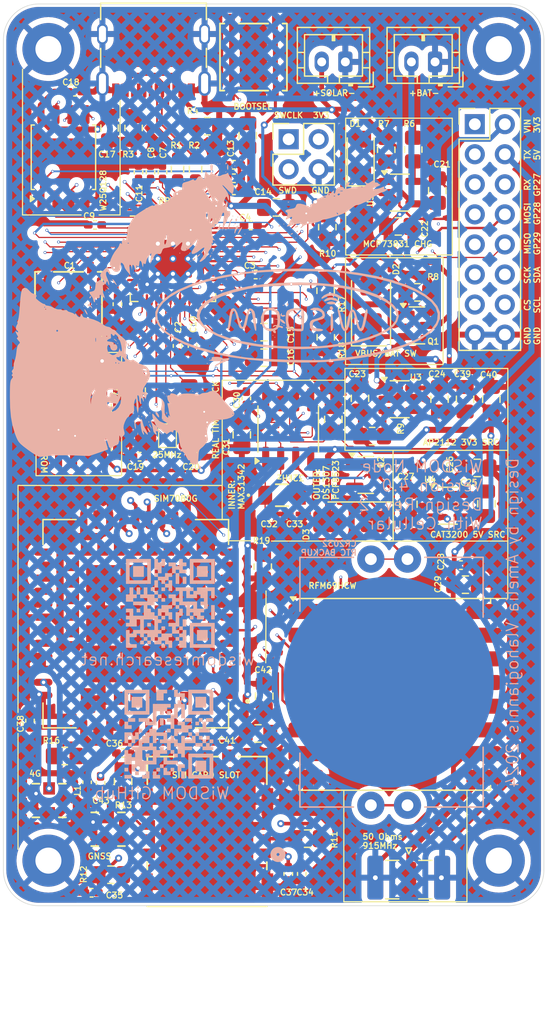
<source format=kicad_pcb>
(kicad_pcb (version 20240108) (generator "pcbnew") (generator_version "8.0")
  (layers (0 "F.Cu" signal) (1 "In1.Cu" signal) (2 "In2.Cu" signal) (31 "B.Cu" signal) (34 "B.Paste" user) (35 "F.Paste" user) (36 "B.SilkS" user "B.Silkscreen") (37 "F.SilkS" user "F.Silkscreen") (38 "B.Mask" user) (39 "F.Mask" user) (44 "Edge.Cuts" user))
  (net 0 "")
  (net 1 "GND")
  (net 2 "+3.3V")
  (net 3 "+1V1")
  (net 4 "/MCU/XTAL+")
  (net 5 "Net-(C20-Pad1)")
  (net 6 "VBUS")
  (net 7 "+BATT")
  (net 8 "+VSW")
  (net 9 "Net-(U4-CNEG)")
  (net 10 "Net-(U4-CPOS)")
  (net 11 "+5V")
  (net 12 "/PERIPHERALS/RTC_X1")
  (net 13 "/PERIPHERALS/RTC_X2")
  (net 14 "/PERIPHERALS/SIM_RST")
  (net 15 "/PERIPHERALS/SIM_VCC")
  (net 16 "/PERIPHERALS/SIM_CLK")
  (net 17 "/PERIPHERALS/SIM_IO")
  (net 18 "Net-(D1-A)")
  (net 19 "Net-(D1-K)")
  (net 20 "USB+")
  (net 21 "USB-")
  (net 22 "Net-(J2-CC1_B)")
  (net 24 "Net-(J2-CC1_A)")
  (net 26 "/PERIPHERALS/ANT")
  (net 27 "MISO")
  (net 28 "TX1")
  (net 29 "GP28")
  (net 30 "GP29")
  (net 31 "SCL")
  (net 32 "MOSI")
  (net 33 "RX1")
  (net 34 "SPI_CK")
  (net 35 "GP27")
  (net 36 "SPI_CS")
  (net 37 "SDA")
  (net 38 "SWD")
  (net 39 "SWCLK")
  (net 40 "Net-(U1-USB_DP)")
  (net 41 "Net-(U1-USB_DM)")
  (net 42 "/MCU/XTAL-")
  (net 43 "Net-(U5-PROG)")
  (net 44 "Net-(U3-EN)")
  (net 45 "Net-(R10-Pad1)")
  (net 46 "Net-(U12-A1)")
  (net 47 "Net-(U12-A2)")
  (net 48 "unconnected-(U1-GPIO24-Pad36)")
  (net 49 "/MCU/D3")
  (net 53 "unconnected-(U1-GPIO12-Pad15)")
  (net 54 "unconnected-(U1-GPIO22-Pad34)")
  (net 55 "/MCU/D0")
  (net 56 "SIM_DTR")
  (net 57 "unconnected-(U1-GPIO14-Pad17)")
  (net 58 "RTC_MFP1")
  (net 60 "/MCU/D2")
  (net 61 "unconnected-(U1-GPIO23-Pad35)")
  (net 62 "/MCU/D1")
  (net 63 "/MCU/RESET")
  (net 64 "RTC_MFP2")
  (net 65 "RFM_RST")
  (net 66 "/MCU/CS")
  (net 67 "RFM_CS")
  (net 69 "/MCU/CLK")
  (net 70 "unconnected-(U1-GPIO25-Pad37)")
  (net 72 "unconnected-(U1-GPIO13-Pad16)")
  (net 74 "5V_CTRL")
  (net 83 "Net-(J6-In)")
  (net 84 "GNSS_ANT")
  (net 85 "RF_ANT")
  (net 86 "Net-(L1-Pad1)")
  (net 87 "Net-(U11-RST)")
  (net 88 "Net-(U11-CLK)")
  (net 89 "Net-(U11-I{slash}O)")
  (net 121 "PWRKEY")
  (net 125 "VBAT_SAMPLE")
  (net 126 "RTC_BAT")
  (net 127 "+VRTC")
  (footprint "Resistor_SMD:R_0805_2012Metric_Pad1.20x1.40mm_HandSolder" (layer "F.Cu") (at 51.306 57.9452 -90)
    (property "Reference" "R18" (hide yes))
    (property "Value" "470k" (hide yes))
  )
  (footprint "Capacitor_SMD:C_0805_2012Metric_Pad1.18x1.45mm_HandSolder" (layer "F.Cu") (at 65.308 63.1767 90)
    (property "Reference" "C40" (hide yes))
    (property "Value" "100u" (hide yes))
  )
  (footprint "Resistor_SMD:R_0805_2012Metric_Pad1.20x1.40mm_HandSolder" (layer "F.Cu") (at 29.224 93.3227)
    (property "Reference" "R16" (hide yes))
    (property "Value" "22" (hide yes))
  )
  (footprint "Capacitor_SMD:C_0402_1005Metric_Pad0.74x0.62mm_HandSolder" (layer "F.Cu") (at 31.494 104.8797 180)
    (property "Reference" "C35" (hide yes))
    (property "Value" "33p" (hide yes))
  )
  (footprint "MountingHole:MountingHole_2.2mm_M2_Pad_TopBottom" (layer "F.Cu") (at 65.943 102.1657)
    (property "Reference" "H3" (hide yes))
    (property "Value" "MountingHole_Pad" (hide yes))
  )
  (footprint "WiSDOM:XTAL_SC32S-7PF20PPM_EPS" (layer "F.Cu") (at 47.6056 71.2882)
    (property "Reference" "XTAL1" (hide yes))
    (property "Value" "SC32S-7PF20PPM" (hide yes))
  )
  (footprint "Resistor_SMD:R_0603_1608Metric_Pad0.98x0.95mm_HandSolder" (layer "F.Cu") (at 38.765 43.7457 90)
    (property "Reference" "R1" (hide yes))
    (property "Value" "27.4" (hide yes))
  )
  (footprint "Capacitor_SMD:C_0402_1005Metric_Pad0.74x0.62mm_HandSolder" (layer "F.Cu") (at 30.097 37.1887)
    (property "Reference" "C18" (hide yes))
    (property "Value" "0.1u" (hide yes))
  )
  (footprint "Resistor_SMD:R_0402_1005Metric_Pad0.72x0.64mm_HandSolder" (layer "F.Cu") (at 31.24 60.5912 -90)
    (property "Reference" "R14" (hide yes))
    (property "Value" "10k DNF" (hide yes))
  )
  (footprint "WiSDOM:1042240820_MOL" (layer "F.Cu") (at 41.263 99.698301)
    (property "Reference" "U11" (hide yes))
    (property "Value" "1042240820" (hide yes))
  )
  (footprint "Connector_PinHeader_2.54mm:PinHeader_2x08_P2.54mm_Vertical" (layer "F.Cu") (at 63.911 39.9357)
    (property "Reference" "J4" (hide yes))
    (property "Value" "Conn_02x08_Odd_Even" (hide yes))
  )
  (footprint "Connector_PinHeader_2.54mm:PinHeader_2x02_P2.54mm_Vertical" (layer "F.Cu") (at 48.163 41.2057)
    (property "Reference" "J5" (hide yes))
    (property "Value" "Conn_02x02_Odd_Even" (hide yes))
  )
  (footprint "RF_Module:HOPERF_RFM9XW_SMD" (layer "F.Cu") (at 57.148 88.1157)
    (property "Reference" "U6" (hide yes))
    (property "Value" "RFM69HCW")
  )
  (footprint "Resistor_SMD:R_0805_2012Metric_Pad1.20x1.40mm_HandSolder" (layer "F.Cu") (at 59.053 54.1437)
    (property "Reference" "R8" (hide yes))
    (property "Value" "10k" (hide yes))
  )
  (footprint "Package_SO:SOIC-8_3.9x4.9mm_P1.27mm" (layer "F.Cu") (at 30.605 65.5717 -90)
    (property "Reference" "U12" (hide yes))
    (property "Value" "CAT24M01W" (hide yes))
  )
  (footprint "Capacitor_SMD:C_0805_2012Metric_Pad1.18x1.45mm_HandSolder" (layer "F.Cu") (at 46.0775 57.5087)
    (property "Reference" "C15" (hide yes))
    (property "Value" "10u" (hide yes))
  )
  (footprint "Capacitor_SMD:C_0402_1005Metric_Pad0.74x0.62mm_HandSolder" (layer "F.Cu") (at 37.495 43.9997 90)
    (property "Reference" "C7" (hide yes))
    (property "Value" "0.1u" (hide yes))
  )
  (footprint "Capacitor_SMD:C_0402_1005Metric_Pad0.74x0.62mm_HandSolder" (layer "F.Cu") (at 34.161 93.0687)
    (property "Reference" "C36" (hide yes))
    (property "Value" "33p" (hide yes))
  )
  (footprint "Capacitor_SMD:C_0402_1005Metric_Pad0.74x0.62mm_HandSolder" (layer "F.Cu") (at 44.956 48.4917)
    (property "Reference" "C4" (hide yes))
    (property "Value" "0.1u" (hide yes))
  )
  (footprint "Capacitor_SMD:C_0805_2012Metric_Pad1.18x1.45mm_HandSolder" (layer "F.Cu") (at 45.5695 91.4177)
    (property "Reference" "C41" (hide yes))
    (property "Value" "1u" (hide yes))
  )
  (footprint "Capacitor_SMD:C_0402_1005Metric_Pad0.74x0.62mm_HandSolder" (layer "F.Cu") (at 43.5315 45.5237)
    (property "Reference" "C5" (hide yes))
    (property "Value" "0.1u" (hide yes))
  )
  (footprint "Capacitor_SMD:C_0402_1005Metric_Pad0.74x0.62mm_HandSolder" (layer "F.Cu") (at 36.479 43.9997 90)
    (property "Reference" "C8" (hide yes))
    (property "Value" "0.1u" (hide yes))
  )
  (footprint "Capacitor_SMD:C_0805_2012Metric_Pad1.18x1.45mm_HandSolder" (layer "F.Cu") (at 34.161 95.4817 -90)
    (property "Reference" "R13" (hide yes))
    (property "Value" "22" (hide yes))
  )
  (footprint "Capacitor_SMD:C_0402_1005Metric_Pad0.74x0.62mm_HandSolder" (layer "F.Cu") (at 43.5315 44.5077)
    (property "Reference" "C6" (hide yes))
    (property "Value" "0.1u" (hide yes))
  )
  (footprint "WiSDOM:AMPHENOL_12402012E212A" (layer "F.Cu") (at 36.733 32.3157 180)
    (property "Reference" "J2" (hide yes))
    (property "Value" "12402012E212A" (hide yes))
  )
  (footprint "Capacitor_SMD:C_0402_1005Metric_Pad0.74x0.62mm_HandSolder" (layer "F.Cu") (at 44.583 63.1007 90)
    (property "Reference" "C30" (hide yes))
    (property "Value" "0.1u" (hide yes))
  )
  (footprint "WiSDOM:21-100291_W80D&plus_1_MXM" (layer "F.Cu") (at 48 65.7597)
    (property "Reference" "U13" (hide yes))
    (property "Value" "MAX31342EWA+T" (hide yes))
  )
  (footprint "Capacitor_SMD:C_0805_2012Metric_Pad1.18x1.45mm_HandSolder" (layer "F.Cu") (at 35.306 62.484 -90)
    (property "Reference" "C45" (hide yes))
    (property "Value" "10u" (hide yes))
  )
  (footprint "RP2040_minimal_r2:RP2040-QFN-56" (layer "F.Cu") (at 38.3755 51.3057)
    (property "Reference" "U1" (hide yes))
    (property "Value" "RP2040" (hide yes))
  )
  (footprint "Resistor_SMD:R_0805_2012Metric_Pad1.20x1.40mm_HandSolder" (layer "F.Cu") (at 45.972 77.3207 -90)
    (property "Reference" "R19" (hide yes))
    (property "Value" "10k" (hide yes))
  )
  (footprint "Capacitor_SMD:C_0402_1005Metric_Pad0.74x0.62mm_HandSolder" (layer "F.Cu") (at 43.5315 43.3647)
    (property "Reference" "C12" (hide yes))
    (property "Value" "0.1u" (hide yes))
  )
  (footprint "WiSDOM:PTS526" (layer "F.Cu") (at 45.1866 34.2646 90)
    (property "Reference" "U8" (hide yes))
    (property "Value" "PTS526 SK15 SMTR2 LFS" (hide yes))
  )
  (footprint "Capacitor_SMD:C_0805_2012Metric_Pad1.18x1.45mm_HandSolder" (layer "F.Cu") (at 60.736 45.5452 90)
    (property "Reference" "C21" (hide yes))
    (property "Value" "4.7u" (hide yes))
  )
  (footprint "Capacitor_SMD:C_0805_2012Metric_Pad1.18x1.45mm_HandSolder" (layer "F.Cu") (at 47.115 46.9677)
    (property "Reference" "C14" (hide yes))
    (property "Value" "1u" (hide yes))
  )
  (footprint "Resistor_SMD:R_0805_2012Metric_Pad1.20x1.40mm_HandSolder" (layer "F.Cu") (at 41.289 40.1097)
    (property "Reference" "R4" (hide yes))
    (property "Value" "5.1k" (hide yes))
  )
  (footprint "Capacitor_SMD:C_0805_2012Metric_Pad1.18x1.45mm_HandSolder" (layer "F.Cu") (at 64.112 68.9812)
    (property "Reference" "C26" (hide yes))
    (property "Value" "1u" (hide yes))
  )
  (footprint "Package_SO:SOIC-8_3.9x4.9mm_P1.27mm" (layer "F.Cu") (at 48.127 65.6947 90)
    (property "Reference" "U10" (hide yes))
    (property "Value" "MCP7940 / DS1307 / PCF8523" (hide yes))
  )
  (footprint "Resistor_SMD:R_0805_2012Metric_Pad1.20x1.40mm_HandSolder" (layer "F.Cu") (at 51.433 48.6347 -90)
    (property "Reference" "R10" (hide yes))
    (property "Value" "10k" (hide yes))
  )
  (footprint "Resistor_SMD:R_0805_2012Metric_Pad1.20x1.40mm_HandSolder" (layer "F.Cu") (at 56.418 42.0947 90)
    (property "Reference" "R7" (hide yes))
    (property "Value" "1k" (hide yes))
  )
  (footprint "Capacitor_SMD:C_0805_2012Metric_Pad1.18x1.45mm_HandSolder" (layer "F.Cu") (at 33.018 40.2582 -90)
    (property "Reference" "C17" (hide yes))
    (property "Value" "10u" (hide yes))
  )
  (footprint "Capacitor_SMD:C_0805_2012Metric_Pad1.18x1.45mm_HandSolder" (layer "F.Cu") (at 44.702 40.8932 90)
    (property "Reference" "C13" (hide yes))
    (property "Value" "10u" (hide yes))
  )
  (footprint "MountingHole:MountingHole_2.2mm_M2_Pad_TopBottom" (layer "F.Cu") (at 65.943 33.5857)
    (property "Reference" "H2" (hide yes))
    (property "Value" "MountingHole_Pad" (hide yes))
  )
  (footprint "Capacitor_SMD:C_0805_2012Metric_Pad1.18x1.45mm_HandSolder" (layer "F.Cu") (at 57.434 48.5717)
    (property "Reference" "C22" (hide yes))
    (property "Value" "4.7u" (hide yes))
  )
  (footprint "Package_TO_SOT_SMD:SOT-23" (layer "F.Cu") (at 59.0205 56.9377)
    (property "Reference" "Q1" (hide yes))
    (property "Value" "DMG2301L" (hide yes))
  )
  (footprint "Inductor_SMD:L_0402_1005Metric_Pad0.77x0.64mm_HandSolder" (layer "F.Cu") (at 31.113 95.5442 -90)
    (property "Reference" "L1" (hide yes))
    (property "Value" "L" (hide yes))
  )
  (footprint "Capacitor_SMD:C_0402_1005Metric_Pad0.74x0.62mm_HandSolder" (layer "F.Cu") (at 26.287 90.3342 90)
    (property "Reference" "C38" (hide yes))
    (property "Value" "0.1u" (hide yes))
  )
  (footprint "Capacitor_SMD:C_0805_2012Metric_Pad1.18x1.45mm_HandSolder" (layer "F.Cu") (at 58.2915 72.0507 -90)
    (property "Reference" "C27" (hide yes))
    (property "Value" "1u" (hide yes))
  )
  (footprint "WiSDOM:CONN_CONMHF1-SMD_LNX" (layer "F.Cu") (at 32.891 99.511664)
    (property "Reference" "J6" (hide yes))
    (property "Value" "GNSS_ANT" (hide yes))
  )
  (footprint "Package_SO:SOIC-8_5.23x5.23mm_P1.27mm" (layer "F.Cu") (at 29.113 42.7297 90)
    (property "Reference" "U2" (hide yes))
    (property "Value" "W25Q128JVS" (hide yes))
  )
  (footprint "WiSDOM:CONN_CONMHF1-SMD_LNX" (layer "F.Cu") (at 27.900501 97.0857)
    (property "Reference" "J7" (hide yes))
    (property "Value" "RF_ANT" (hide yes))
  )
  (footprint "Capacitor_SMD:C_0805_2012Metric_Pad1.18x1.45mm_HandSolder" (layer "F.Cu") (at 49.7605 100.3077 180)
    (property "Reference" "R11" (hide yes))
    (property "Value" "22" (hide yes))
  )
  (footprint "Capacitor_SMD:C_0402_1005Metric_Pad0.74x0.62mm_HandSolder" (layer "F.Cu") (at 40.035 58.6722 -90)
    (property "Reference" "C10" (hide yes))
    (property "Value" "0.1u" (hide yes))
  )
  (footprint "Diode_SMD:D_SMA" (layer "F.Cu") (at 53.497 73.5107 180)
    (property "Reference" "D3" (hide yes))
    (property "Value" "SS14" (hide yes))
  )
  (footprint "Resistor_SMD:R_0603_1608Metric_Pad0.98x0.95mm_HandSolder" (layer "F.Cu") (at 40.289 43.7457 90)
    (property "Reference" "R2" (hide yes))
    (property "Value" "27.4" (hide yes))
  )
  (footprint "Capacitor_SMD:C_0402_1005Metric_Pad0.74x0.62mm_HandSolder" (layer "F.Cu") (at 45.369 52.6357)
    (property "Reference" "C3" (hide yes))
    (property "Value" "0.1u" (hide yes))
  )
  (footprint "Capacitor_SMD:C_0402_1005Metric_Pad0.74x0.62mm_HandSolder" (layer "F.Cu") (at 49.274 103.2882 -90)
    (property "Reference" "C34" (hide yes))
    (property "Value" "33p" (hide yes))
  )
  (footprint "Resistor_SMD:R_0805_2012Metric_Pad1.20x1.40mm_HandSolder" (layer "F.Cu") (at 58.704 42.0787 90)
    (property "Reference" "R6" (hide yes))
    (property "Value" "2k" (hide yes))
  )
  (footprint "MountingHole:MountingHole_2.2mm_M2_Pad_TopBottom" (layer "F.Cu") (at 27.843 33.5857)
    (property "Reference" "H1" (hide yes))
    (property "Value" "MountingHole_Pad" (hide yes))
  )
  (footprint "Capacitor_SMD:C_0402_1005Metric_Pad0.74x0.62mm_HandSolder" (layer "F.Cu") (at 48.131 103.2882 -90)
    (property "Reference" "C37" (hide yes))
    (property "Value" "0.1u" (hide yes))
  )
  (footprint "Capacitor_SMD:C_0805_2012Metric_Pad1.18x1.45mm_HandSolder" (layer "F.Cu") (at 46.0775 59.6677)
    (property "Reference" "C16" (hide yes))
    (property "Value" "1u" (hide yes))
  )
  (footprint "Resistor_SMD:R_0805_2012Metric_Pad1.20x1.40mm_HandSolder" (layer "F.Cu") (at 55.229 66.2907)
    (property "Reference" "R9" (hide yes))
    (property "Value" "R" (hide yes))
  )
  (footprint "Resistor_SMD:R_0805_2012Metric_Pad1.20x1.40mm_HandSolder" (layer "F.Cu") (at 35.05 40.2527 -90)
    (property "Reference" "R3" (hide yes))
    (property "Value" "5.1k" (hide yes))
  )
  (footprint "MountingHole:MountingHole_2.2mm_M2_Pad_TopBottom" (layer "F.Cu") (at 27.843 102.1657)
    (property "Reference" "H4" (hide yes))
    (property "Value" "MountingHole_Pad" (hide yes))
  )
  (footprint "Capacitor_SMD:C_0805_2012Metric_Pad1.18x1.45mm_HandSolder" (layer "F.Cu") (at 44.202 66.1867 -90)
    (property "Reference" "C31" (hide yes))
    (property "Value" "10u" (hide yes))
  )
  (footprint "Capacitor_SMD:C_0805_2012Metric_Pad1.18x1.45mm_HandSolder" (layer "F.Cu") (at 51.941 64.8747 90)
    (property "Reference" "C46" (hide yes))
    (property "Value" "10u" (hide yes))
  )
  (footprint "Capacitor_SMD:C_0805_2012Metric_Pad1.18x1.45mm_HandSolder" (layer "F.Cu") (at 54.197 63.0942 90)
    (property "Reference" "C23" (hide yes))
    (property "Value" "10u" (hide yes))
  )
  (footprint "Capacitor_SMD:C_0805_2012Metric_Pad1.18x1.45mm_HandSolder" (layer "F.Cu") (at 33.1235 103.3557)
    (property "Reference" "R12" (hide yes))
    (property "Value" "22" (hide yes))
  )
  (footprint "Capacitor_SMD:C_0402_1005Metric_Pad0.74x0.62mm_HandSolder" (layer "F.Cu") (at 40.3165 68.0337)
    (property "Reference" "C20" (hide yes))
    (property "Value" "15pF" (hide yes))
  )
  (footprint "Resistor_SMD:R_0402_1005Metric_Pad0.72x0.64mm_HandSolder" (layer "F.Cu") (at 29.97 60.5912 -90)
    (property "Reference" "R15" (hide yes))
    (property "Value" "10k DNF" (hide yes))
  )
  (footprint "Capacitor_SMD:C_0402_1005Metric_Pad0.74x0.62mm_HandSolder" (layer "F.Cu") (at 32.256 95.6087 -90)
    (property "Reference" "C43" (hide yes))
    (property "Value" "33p" (hide yes))
  )
  (footprint "Connector_JST:JST_PH_B2B-PH-K_1x02_P2.00mm_Vertical" (layer "F.Cu") (at 60.547 34.671 180)
    (property "Reference" "J1" (hide yes))
    (property "Value" "Conn_01x02_Pin" (hide yes))
  )
  (footprint "Capacitor_SMD:C_0805_2012Metric_Pad1.18x1.45mm_HandSolder" (layer "F.Cu") (at 46.099 88.2642 90)
    (property "Reference" "C42" (hide yes))
    (property "Value" "100u" (hide yes))
  )
  (footprint "Package_TO_SOT_SMD:SOT-23-6" (layer "F.Cu") (at 61.631 72.1752)
    (property "Reference" "U4" (hide yes))
    (property "Value" "CAT3200-5" (hide yes))
  )
  (footprint "Capacitor_SMD:C_0402_1005Metric_Pad0.74x0.62mm_HandSolder" (layer "F.Cu") (at 35.463 43.9997 90)
    (property "Reference" "C11" (hide yes))
    (property "Value" "0.1u" (hide yes))
  )
  (footprint "Capacitor_SMD:C_0402_1005Metric_Pad0.74x0.62mm_HandSolder" (layer "F.Cu") (at 33.526 60.4297 90)
    (property "Reference" "C44" (hide yes))
    (property "Value" "0.1u" (hide yes))
  )
  (footprint "Resistor_SMD:R_0805_2012Metric_Pad1.20x1.40mm_HandSolder" (layer "F.Cu") (at 51.29 54.0082 -90)
    (property "Reference" "R17" (hide yes))
    (property "Value" "470k" (hide yes))
  )
  (footprint "Resistor_SMD:R_0805_2012Metric_Pad1.20x1.40mm_HandSolder" (layer "F.Cu") (at 39.749 63.0807 -90)
    (property "Reference" "R5" (hide yes))
    (property "Value" "1k" (hide yes))
  )
  (footprint "Package_TO_SOT_SMD:SOT-23-5" (layer "F.Cu") (at 57.5555 63.1767)
    (property "Reference" "U3" (hide yes))
    (property "Value" "AP2112K-3.3" (hide yes))
  )
  (footprint "Connector_Coaxial:SMA_Samtec_SMA-J-P-H-ST-EM1_EdgeMount" (layer "F.Cu") (at 58.323 103.8532 -90)
    (property "Reference" "J3" (hide yes))
    (property "Value" "Conn_Coaxial" (hide yes))
  )
  (footprint "Capacitor_SMD:C_0805_2012Metric_Pad1.18x1.45mm_HandSolder" (layer "F.Cu") (at 63.087 63.1767 -90)
    (property "Reference" "C39" (hide yes))
    (property "Value" "100u" (hide yes))
  )
  (footprint "Diode_SMD:D_SMA" (layer "F.Cu") (at 55.132 55.1597 90)
    (property "Reference" "D2" (hide yes))
    (property "Value" "SS14" (hide yes))
  )
  (footprint "Capacitor_SMD:C_0201_0603Metric_Pad0.64x0.40mm_HandSolder" (layer "F.Cu") (at 48.6655 72.8757 180)
    (property "Reference" "C33" (hide yes))
    (property "Value" "6p" (hide yes))
  )
  (footprint "Package_TO_SOT_SMD:SOT-23" (layer "F.Cu") (at 54.6865 69.5737)
    (property "Reference" "Q2" (hide yes))
    (property "Value" "DMG2301L" (hide yes))
  )
  (footprint "Capacitor_SMD:C_0805_2012Metric_Pad1.18x1.45mm_HandSolder" (layer "F.Cu") (at 64.8955 72.0077 -90)
    (property "Reference" "C25" (hide yes))
    (property "Value" "1u" (hide yes))
  )
  (footprint "Connector_JST:JST_PH_B2B-PH-K_1x02_P2.00mm_Vertical" (layer "F.Cu") (at 52.959 34.671 180)
    (property "Reference" "J8" (hide yes))
    (property "Value" "Conn_01x02_Pin" (hide yes))
  )
  (footprint "WiSDOM:XTAL-445" (layer "F.Cu") (at 37.916 67.2557)
    (property "Reference" "X1" (hide yes))
    (property "Value" "~" (hide yes))
  )
  (footprint "Capacitor_SMD:C_0402_1005Metric_Pad0.74x0.62mm_HandSolder" (layer "F.Cu") (at 35.558 68.0337 180)
    (property "Reference" "C19" (hide yes))
    (property "Value" "15pF" (hide yes))
  )
  (footprint "WiSDOM:XCVR_SIM7080G" (layer "F.Cu") (at 35.233 82.1457 180)
    (property "Reference" "U9" (hide yes))
    (property "Value" "SIM7080G" (hide yes))
  )
  (footprint "Capacitor_SMD:C_0402_1005Metric_Pad0.74x0.62mm_HandSolder" (layer "F.Cu") (at 33.6804 55.1434 -90)
    (property "Reference" "C1" (hide yes))
    (property "Value" "0.1u" (hide yes))
  )
  (footprint "Package_TO_SOT_SMD:SOT-23-5" (layer "F.Cu") (at 57.5665 45.7167)
    (property "Reference" "U5" (hide yes))
    (property "Value" "MCP73831-2-OT" (hide yes))
  )
  (footprint "Capacitor_SMD:C_0805_2012Metric_Pad1.18x1.45mm_HandSolder" (layer "F.Cu") (at 60.928 63.1767 -90)
    (property "Reference" "C24" (hide yes))
    (property "Value" "10u" (hide yes))
  )
  (footprint "Capacitor_SMD:C_0402_1005Metric_Pad0.74x0.62mm_HandSolder" (layer "F.Cu") (at 62.736 77.1937)
    (property "Reference" "C28" (hide yes))
    (property "Value" "0.1u" (hide yes))
  )
  (footprint "Capacitor_SMD:C_0402_1005Metric_Pad0.74x0.62mm_HandSolder" (layer "F.Cu") (at 38.765 58.6722 -90)
    (property "Reference" "C2" (hide yes))
    (property "Value" "0.1u" (hide yes))
  )
  (footprint "Capacitor_SMD:C_0805_2012Metric_Pad1.18x1.45mm_HandSolder" (layer "F.Cu") (at 63.117 78.8447)
    (property "Reference" "C29" (hide yes))
    (property "Value" "10u" (hide yes))
  )
  (footprint "WiSDOM:PTS526" (layer "F.Cu") (at 29.5402 55.245 -90)
    (property "Reference" "U7" (hide yes))
    (property "Value" "PTS526 SK15 SMTR2 LFS" (hide yes))
  )
  (footprint "Capacitor_SMD:C_0201_0603Metric_Pad0.64x0.40mm_HandSolder" (layer "F.Cu") (at 46.5805 72.8757)
    (property "Reference" "C32" (hide yes))
    (property "Value" "6p" (hide yes))
  )
  (footprint "Capacitor_SMD:C_0402_1005Metric_Pad0.74x0.62mm_HandSolder" (layer "F.Cu") (at 31.78 48.4447 180)
    (property "Reference" "C9" (hide yes))
    (property "Value" "0.1u" (hide yes))
  )
  (footprint "LED_SMD:LED_1206_3216Metric_Pad1.42x1.75mm_HandSolder" (layer "F.Cu") (at 54.259 42.6932 90)
    (property "Reference" "D1" (hide yes))
    (property "Value" "LED" (hide yes))
  )
  (footprint "logos:qrcode" (layer "B.Cu") (at 41.908 84.1787 180)
    (property "Reference" "LOGO" (hide yes))
    (property "Value" "")
  )
  (footprint "WiSDOM:prince" (layer "B.Cu") (at 42.045736 55.527413 180)
    (property "Reference" "G***" (hide yes))
    (property "Value" "LOGO" (hide yes))
  )
  (footprint "WiSDOM:BAT_BAT-HLD-001-THM" (layer "B.Cu") (at 56.616 87.0857 -90)
    (property "Reference" "BT1" (hide yes))
    (property "Value" "RTC_BAT" (hide yes))
  )
  (footprint "logos:github_qr" (layer "B.Cu") (at 41.781 95.2277 180)
    (property "Reference" "LOGO" (hide yes))
    (property "Value" "")
  )
  (footprint "logos:wisdom_logo_lineborder" (layer "B.Cu") (at 48.912923 56.214121 180)
    (property "Reference" "G***" (hide yes))
    (property "Value" "LOGO" (hide yes))
  )
  (gr_rect (start 52.973 51.2227) (end 61.228 60.2397) (stroke (width 0.1)) (fill none) (layer "F.SilkS"))
  (gr_line (start 52.83 105.6417) (end 63.244 105.6417) (stroke (width 0.1)) (layer "F.SilkS"))
  (gr_line (start 52.83 96.2437) (end 52.83 105.6417) (stroke (width 0.1)) (layer "F.SilkS"))
  (gr_line (start 57.007 75.1607) (end 66.6476 75.1617) (stroke (width 0.1)) (layer "F.SilkS"))
  (gr_line (start 25.271 91.4177) (end 25.271 101.1967) (stroke (width 0.1)) (layer "F.SilkS"))
  (gr_line (start 51.497 75.1607) (end 48.385 75.1617) (stroke (width 0.1)) (layer "F.SilkS"))
  (gr_line (start 66.6984 79.0733) (end 66.6984 80.0131) (stroke (width 0.1)) (layer "F.SilkS"))
  (gr_line (start 33.78 47.6027) (end 33.907 47.6027) (stroke (width 0.1)) (layer "F.SilkS"))
  (gr_line (start 42.543 61.5727) (end 42.543 72.8757) (stroke (width 0.1)) (layer "F.SilkS"))
  (gr_line (start 42.543 61.5727) (end 52.957 61.5727) (stroke (width 0.1)) (layer "F.SilkS"))
  (gr_line (start 42.543 72.8757) (end 42.543 73.2567) (stroke (width 0.1)) (layer "F.SilkS"))
  (gr_rect (start 52.989 39.4277) (end 62.006 50.9847) (stroke (width 0.1)) (fill none) (layer "F.SilkS"))
  (gr_line (start 25.271 70.4627) (end 25.271 89.6397) (stroke (width 0.1)) (layer "F.SilkS"))
  (gr_line (start 47.369 75.1617) (end 46.7086 75.1617) (stroke (width 0.1)) (layer "F.SilkS"))
  (gr_line (start 44.956 75.1363) (end 43.0764 75.1363) (stroke (width 0.1)) (layer "F.SilkS"))
  (gr_line (start 56.9956 67.5163) (end 56.9956 71.7581) (stroke (width 0.1)) (layer "F.SilkS"))
  (gr_line (start 66.6984 80.0131) (end 65.276 80.0131) (stroke (width 0.1)) (layer "F.SilkS"))
  (gr_rect (start 52.927 60.5757) (end 66.705 67.4947) (stroke (width 0.1)) (fill none) (layer "F.SilkS"))
  (gr_line (start 25.652 47.6027) (end 30.605 47.6027) (stroke (width 0.1)) (layer "F.SilkS"))
  (gr_line (start 48.385 75.1617) (end 47.369 75.1617) (stroke (width 0.1)) (layer "F.SilkS"))
  (gr_line (start 66.705 67.4947) (end 66.6984 79.0733) (stroke (width 0.1)) (layer "F.SilkS"))
  (gr_line (start 63.244 105.6417) (end 63.244 96.2437) (stroke (width 0.1)) (layer "F.SilkS"))
  (gr_line (start 56.9956 71.7581) (end 57.007 71.8607) (stroke (width 0.1)) (layer "F.SilkS"))
  (gr_line (start 32.129 47.6027) (end 33.78 47.6027) (stroke (width 0.1)) (layer "F.SilkS"))
  (gr_line (start 25.652 35.2837) (end 25.652 47.6027) (stroke (width 0.1)) (layer "F.SilkS"))
  (gr_line (start 42.543 70.4627) (end 25.271 70.4627) (stroke (width 0.1)) (layer "F.SilkS"))
  (gr_rect (start 26.795 59.2217) (end 34.034 69.6357) (stroke (width 0.1)) (fill none) (layer "F.SilkS"))
  (gr_line (start 33.907 47.6027) (end 33.907 37.9507) (stroke (width 0.1)) (layer "F.SilkS"))
  (gr_line (start 46.2514 79.3781) (end 46.226 85.4487) (stroke (width 0.1)) (layer "F.SilkS"))
  (gr_arc (start 66.753 29.7757) (mid 68.87432 30.65438) (end 69.753 32.7757) (stroke (width 0.05)) (layer "Edge.Cuts"))
  (gr_line (start 66.753 105.9757) (end 27.033 105.9757) (stroke (width 0.05)) (layer "Edge.Cuts"))
  (gr_arc (start 27.033 105.9757) (mid 24.91168 105.09702) (end 24.033 102.9757) (stroke (width 0.05)) (layer "Edge.Cuts"))
  (gr_arc (start 69.753 102.9757) (mid 68.87432 105.09702) (end 66.753 105.9757) (stroke (width 0.05)) (layer "Edge.Cuts"))
  (gr_arc (start 24.033 32.7757) (mid 24.91168 30.65438) (end 27.033 29.7757) (stroke (width 0.05)) (layer "Edge.Cuts"))
  (gr_line (start 69.753 32.7757) (end 69.753 102.9757) (stroke (width 0.05)) (layer "Edge.Cuts"))
  (gr_line (start 24.033 102.9757) (end 24.033 32.7757) (stroke (width 0.05)) (layer "Edge.Cuts"))
  (gr_line (start 66.753 29.7757) (end 27.033 29.7757) (stroke (width 0.05)) (layer "Edge.Cuts"))
  (gr_text "CR2032" (at 53.973 75.6697 -0) (layer "B.SilkS") (effects (font (size 0.5 0.5) (thickness 0.1) (bold yes)) (justify left bottom mirror)))
  (gr_text "WiSDOM Node\nVersion 4.0\nDesign Rev. 2\nWith Cellular\n" (at 64.641 74.2727 0) (layer "B.SilkS") (effects (font (size 1 1) (thickness 0.1) (bold yes)) (justify left bottom mirror)))
  (gr_text "RTC BACKUP" (at 53.973 76.4317 -0) (layer "B.SilkS") (effects (font (size 0.5 0.5) (thickness 0.1) (bold yes)) (justify left bottom mirror)))
  (gr_text "WiSDOM GitHub" (at 43.2335 97.0612 0) (layer "B.SilkS") (effects (font (size 1 1) (thickness 0.1) (bold yes)) (justify left bottom mirror)))
  (gr_text "Design by Amelia Vlahogiannis 2024" (at 67.689 68.0497 90) (layer "B.SilkS") (effects (font (size 1 1) (thickness 0.1) (bold yes)) (justify left bottom mirror)))
  (gr_text "wisdomresearch.net" (at 45.3925 85.7582 0) (layer "B.SilkS") (effects (font (size 1 1) (thickness 0.1) (bold yes)) (justify left bottom mirror)))
  (gr_text "C14" (at 45.21 45.9517 0) (layer "F.SilkS") (effects (font (size 0.5 0.5) (thickness 0.1) (bold yes)) (justify left bottom)))
  (gr_text "R4" (at 39.495 39.0937 0) (layer "F.SilkS") (effects (font (size 0.5 0.5) (thickness 0.1) (bold yes)) (justify left bottom)))
  (gr_text "R19" (at 45.083 75.4157 0) (layer "F.SilkS") (effects (font (size 0.5 0.5) (thickness 0.1) (bold yes)) (justify left bottom)))
  (gr_text "R5" (at 38.733 64.7477 90) (layer "F.SilkS") (effects (font (size 0.5 0.5) (thickness 0.1) (bold yes)) (justify left bottom)))
  (gr_text "U4" (at 59.5615 70.2512 0) (layer "F.SilkS") (effects (font (size 0.5 0.5) (thickness 0.1) (bold yes)) (justify left bottom)))
  (gr_text "R8" (at 59.831 53.1277 0) (layer "F.SilkS") (effects (font (size 0.5 0.5) (thickness 0.1) (bold yes)) (justify left bottom)))
  (gr_text "SIM CARD SLOT" (at 38.225 95.2277 0) (layer "F.SilkS") (effects (font (size 0.5 0.5) (thickness 0.1) (bold yes)) (justify left bottom)))
  (gr_text "MCP73831 CHG" (at 54.386 50.3497 0) (layer "F.SilkS") (effects (font (size 0.5 0.5) (thickness 0.1)) (justify left bottom)))
  (gr_text "C2" (at 39.114 57.6357 90) (layer "F.SilkS") (effects (font (size 0.5 0.5) (thickness 0.1) (bold yes)) (justify left bottom)))
  (gr_text "C4" (at 43.94 48.1107 0) (layer "F.SilkS") (effects (font (size 0.5 0.5) (thickness 0.1) (bold yes)) (justify left bottom)))
  (gr_text "C26" (at 62.1015 69.4892 90) (layer "F.SilkS") (effects (font (size 0.5 0.5) (thickness 0.1) (bold yes)) (justify left bottom)))
  (gr_text "C7" (at 37.844 42.9037 90) (layer "F.SilkS") (effects (font (size 0.5 0.5) (thickness 0.1) (bold yes)) (justify left bottom)))
  (gr_text "W25Q128" (at 32.764 47.3487 90) (layer "F.SilkS") (effects (font (size 0.5 0.5) (thickness 0.1) (bold yes)) (justify left bottom)))
  (gr_text "MOSI\nGP28" (at 69.467 47.4757 90) (layer "F.SilkS") (effects (font (size 0.5 0.5) (thickness 0.1) (bold yes)) (justify bottom)))
  (gr_text "TX\n5V" (at 69.467 42.5227 90) (layer "F.SilkS") (effects (font (size 0.5 0.5) (thickness 0.1) (bold yes)) (justify bottom)))
  (gr_text "CAT24M01W EEPROM" (at 27.176 61.6347 -90) (layer "F.SilkS") (effects (font (size 0.5 0.5) (thickness 0.1) (bold yes)) (justify left bottom)))
  (gr_text "C30" (at 44.075 64.0492 90) (layer "F.SilkS") (effects (font (size 0.5 0.5) (thickness 0.1) (bold yes)) (justify left bottom)))
  (gr_text "C18" (at 28.954 36.6807 0) (layer "F.SilkS") (effects (font (size 0.5 0.5) (thickness 0.1) (bold yes)) (justify left bottom)))
  (gr_text "R12" (at 31.113 104.1177 90) (layer "F.SilkS") (effects (font (size 0.5 0.5) (thickness 0.1) (bold yes)) (justify left bottom)))
  (gr_text "32kHz" (at 49.536 69.5102 180) (layer "F.SilkS") (effects (font (size 0.5 0.5) (thickness 0.1) (bold yes)) (justify left bottom)))
  (gr_text "RFM69HCW" (at 49.782 79.2257 0) (layer "F.SilkS") (effects (font (size 0.5 0.5) (thickness 0.1) (bold yes)) (justify left bottom)))
  (gr_text "C15" (at 48.639 58.5247 90) (layer "F.SilkS") (effects (font (size 0.5 0.5) (thickness 0.1) (bold yes)) (justify left bottom)))
  (gr_text "C31" (at 43.186 67.9862 90) (layer "F.SilkS") (effects (font (size 0.5 0.5) (thickness 0.1) (bold yes)) (justify left bottom)))
  (gr_text "R2" (at 39.622 42.0147 0) (layer "F.SilkS") (effects (font (size 0.5 0.5) (thickness 0.1) (bold yes)) (justify left bottom)))
  (gr_text "RESET" (at 26.0096 57.4548 0) (layer "F.SilkS") (effects (font (size 0.5 0.5) (thickness 0.1) (bold yes)) (justify left bottom)))
  (gr_text "C38" (at 25.779 91.3962 90) (layer "F.SilkS") (effects (font (size 0.5 0.5) (thickness 0.1) (bold yes)) (justify left bottom)))
  (gr_text "R17" (at 52.941 55.9132 90) (layer "F.SilkS") (effects (font (size 0.5 0.5) (thickness 0.1) (bold yes)) (justify left bottom)))
  (gr_text "D2" (at 57.545 52.7467 90) (layer "F.SilkS") (effects (font (size 0.5 0.5) (thickness 0.1) (bold yes)) (justify left bottom)))
  (gr_text "C9" (at 30.732 47.9837 0) (layer "F.SilkS") (effects (font (size 0.5 0.5) (thickness 0.1) (bold yes)) (justify left bottom)))
  (gr_text "C21" (at 60.355 43.6187 0) (layer "F.SilkS") (effects (font (size 0.5 0.5) (thickness 0.1)) (justify left bottom)))
  (gr_text "C42" (at 45.21 86.3377 0) (layer "F.SilkS") (effects (font (size 0.5 0.5) (thickness 0.1) (bold yes)) (justify left bottom)))
  (gr_text "C25" (at 62.6095 70.5052 0) (layer "F.SilkS") (effects (font (size 0.5 0.5) (thickness 0.1) (bold yes)) (justify left bottom)))
  (gr_text "C37" (at 47.369 105.1337 0) (layer "F.SilkS") (effects (font (size 0.5 0.5) (thickness 0.1) (bold yes)) (justify left bottom)))
  (gr_text "C22" (at 59.974 49.5877 90) (layer "F.SilkS") (effects (font (size 0.5 0.5) (thickness 0.1)) (justify left bottom)))
  (gr_text "C20" (at 39.114 69.1767 0) (layer "F.SilkS") (effects (font (size 0.5 0.5) (thickness 0.1) (bold yes)) (justify left bottom)))
  (gr_text "GNSS" (at 31.113 102.0857 0) (layer "F.SilkS") (effects (font (size 0.5 0.5) (thickness 0.1) (bold yes)) (justify left bottom)))
  (gr_text "R14" (at 31.846 59.5377 -90) (layer "F.SilkS") (effects (font (size 0.5 0.5) (thickness 0.1) (bold yes)) (justify left bottom)))
  (gr_text "4G" (at 26.16 95.1007 0) (layer "F.SilkS") (effects (font (size 0.5 0.5) (thickness 0.1) (bold yes)) (justify left bottom)))
  (gr_text "REAL TIME CLOCK" (at 42.289 68.3037 90) (layer "F.SilkS") (effects (font (size 0.5 0.5) (thickness 0.1) (bold yes)) (justify left bottom)))
  (gr_text "R1" (at 38.098 42.0147 0) (layer "F.SilkS") (effects (font (size 0.5 0.5) (thickness 0.1) (bold yes)) (justify left bottom)))
  (gr_text "C39" (at 62.071 61.3377 0) (layer "F.SilkS") (effects (font (size 0.5 0.5) (thickness 0.1) (bold yes)) (justify left bottom)))
  (gr_text "D1" (at 53.243 40.1897 0) (layer "F.SilkS") (effects (font (size 0.5 0.5) (thickness 0.1)) (justify left bottom)))
  (gr_text "C8" (at 36.828 42.9037 90) (layer "F.SilkS") (effects (font (size 0.5 0.5) (thickness 0.1) (bold yes)) (justify left bottom)))
  (gr_text "C23" (at 53.181 61.3377 0) (layer "F.SilkS") (effects (font (size 0.5 0.5) (thickness 0.1) (bold yes)) (justify left bottom)))
  (gr_text "C11" (at 35.812 46.5867 90) (layer "F.SilkS") (effects (font (size 0.5 0.5) (thickness 0.1) (bold yes)) (justify left bottom)))
  (gr_text "AP2112 3V3 SRC" (at 59.466 67.1137 0) (layer "F.SilkS") (effects (font (size 0.5 0.5) (thickness 0.1) (bold yes)) (justify left bottom)))
  (gr_text "C10" (at 40.384 57.6357 90) (layer "F.SilkS") (effects (font (size 0.5 0.5) (thickness 0.1) (bold yes)) (justify left bottom)))
  (gr_text "C17" (at 32.002 42.7767 0) (layer "F.SilkS") (effects (font (size 0.5 0.5) (thickness 0.1) (bold yes)) (justify left bottom)))
  (gr_text "R18" (at 52.941 59.8502 90) (layer "F.SilkS") (effects (font (size 0.5 0.5) (thickness 0.1) (bold yes)) (justify left bottom)))
  (gr_text "25MHz" (at 36.574 68.1607 0) (layer "F.SilkS") (effects (font (size 0.5 0.5) (thickness 0.1) (bold yes)) (justify left bottom)))
  (gr_text "U3" (at 58.3555 61.6167 0) (layer "F.SilkS") (effects (font (size 0.5 0.5) (thickness 0.1) (bold yes)) (justify left bottom)))
  (gr_text "SWD" (at 47.242 45.8247 0) (layer "F.SilkS") (effects (font (size 0.5 0.5) (thickness 0.1) (bold yes)) (justify left bottom)))
  (gr_text "SWCLK" (at 46.861 39.4747 0) (layer "F.SilkS") (effects (font (size 0.5 0.5) (thickness 0.1) (bold yes)) (justify left bottom)))
  (gr_text "D3" (at 49.941 75.1612 90) (layer "F.SilkS") (effects (font (size 0.5 0.5) (thickness 0.1) (bold yes)) (justify left bottom)))
  (gr_text "RX\nGP27" (at 69.467 45.0627 90) (layer "F.SilkS") (effects (font (size 0.5 0.5) (thickness 0.1) (bold yes)) (justify bottom)))
  (gr_text "SIM7080G" (at 36.701 71.8597 0) (layer "F.SilkS") (effects (font (size 0.5 0.5) (thickness 0.1) (bold yes)) (justify left bottom)))
  (gr_text "SCK\nSDA" (at 69.467 52.6827 90) (layer "F.SilkS") (effects (font (size 0.5 0.5) (thickness 0.1) (bold yes)) (justify bottom)))
  (gr_text "915MHz" (at 54.354 101.1967 0) (layer "F.SilkS") (effects (font (size 0.5 0.5) (thickness 0.1) (bold yes)) (justify left bottom)))
  (gr_text "C27" (at 57.2755 69.9972 0) (layer "F.SilkS") (effects (font (size 0.5 0.5) (thickness 0.1) (bold yes)) (justify left bottom)))
  (gr_text "R16" (at 27.303 92.3067 0) (layer "F.SilkS") (effects (font (size 0.5 0.5) (thickness 0.1) (bold yes)) (justify left bottom)))
  (gr_text "R3" (at 34.034 42.7767 0) (layer "F.SilkS") (effects (font (size 0.5 0.5) (thickness 0.1) (bold yes)) (justify left bottom)))
  (gr_text "C3" (at 44.321 52.1747 0) (layer "F.SilkS") (effects (font (size 0.5 0.5) (thickness 0.1) (bold yes)) (justify left bottom)))
  (gr_text "C1" (at 29.081 52.1747 0) (layer "F.SilkS") (effects (font (size 0.5 0.5) (thickness 0.1) (bold yes)) (justify left bottom)))
  (gr_text "C40" (at 64.292 61.3987 0) (layer "F.SilkS") (effects (font (size 0.5 0.5) (thickness 0.1) (bold yes)) (justify left bottom)))
  (gr_text "C34" (at 48.766 105.1337 0) (layer "F.SilkS") (effects (font (size 0.5 0.5) (thickness 0.1) (bold yes)) (justify left bottom)))
  (gr_text "R13" (at 33.399 97.7677 0) (layer "F.SilkS") (effects (font (size 0.5 0.5) (thickness 0.1) (bold yes)) (justify left bottom)))
  (gr_text "50 Ohms" (at 54.354 100.4347 0) (layer "F.SilkS") (effects (font (size 0.5 0.5) (thickness 0.1) (bold yes)) (justify left bottom)))
  (gr_text "VBUS/BAT SW" (at 53.735 59.6047 0) (layer "F.SilkS") (effects (font (size 0.5 0.5) (thickness 0.1)) (justify left bottom)))
  (gr_text "GND" (at 50.036 45.8247 0) (layer "F.SilkS") (effects (font (size 0.5 0.5) (thickness 0.1) (bold yes)) (justify left bottom)))
  (gr_text "+BAT-" (at 58.293 37.592 0) (layer "F.SilkS") (effects (font (size 0.5 0.5) (thickness 0.1) (bold yes)) (justify left bottom)))
  (gr_text "3V3" (at 50.163 39.4747 0) (layer "F.SilkS") (effects (font (size 0.5 0.5) (thickness 0.1) (bold yes)) (justify left bottom)))
  (gr_text "Q1" (at 59.831 58.5887 0) (layer "F.SilkS") (effects (font (size 0.5 0.5) (thickness 0.1) (bold yes)) (justify left bottom)))
  (gr_text "Q2" (at 56.259 69.0657 90) (layer "F.SilkS") (effects (font (size 0.5 0.5) (thickness 0.1) (bold yes)) (justify left bottom)))
  (gr_text "R7" (at 55.656 40.1897 0) (layer "F.SilkS") (effects (font (size 0.5 0.5) (thickness 0.1)) (justify left bottom)))
  (gr_text "RP2040" (at 37.082 46.7137 0) (layer "F.SilkS") (effects (font (size 0.5 0.5) (thickness 0.1) (bold yes)) (justify left bottom)))
  (gr_text "C28" (at 61.339 77.7017 90) (layer "F.SilkS") (effects (font (size 0.5 0.5) (thickness 0.1) (bold yes)) (justify left bottom)))
  (gr_text "C35" (at 32.637 105.3877 0) (layer "F.SilkS") (effects (font (size 0.5 0.5) (thickness 0.1) (bold yes)) (justify left bottom)))
  (gr_text "C19" (at 34.415 69.1767 0) (layer "F.SilkS") (effects (font (size 0.5 0.5) (thickness 0.1) (bold yes)) (justify left bottom)))
  (gr_text "R6" (at 57.815 40.1897 0) (layer "F.SilkS") (effects (font (size 0.5 0.5) (thickness 0.1)) (justify left bottom)))
  (gr_text "INNER:\nMAX31342" (at 44.456 72.5582 90) (layer "F.SilkS") (effects (font (size 0.5 0.5) (thickness 0.1) (bold yes)) (justify left bottom)))
  (gr_text "C32" (at 45.718 74.0187 0) (layer "F.SilkS") (effects (font (size 0.5 0.5) (thickness 0.1) (bold yes)) (justify left bottom)))
  (gr_text "VIN\n3V3" (at 69.467 40.7447 90) (layer "F.SilkS") (effects (font (size 0.5 0.5) (thickness 0.1) (bold yes)) (justify left bottom)))
  (gr_text "OUTER:\nDS1307\nPCF8523" (at 52.449 71.7327 90) (layer "F.SilkS") (effects (font (size 0.5 0.5) (thickness 0.1) (bold yes)) (justify left bottom)))
  (gr_text "+SOLAR-" (at 50.165 37.592 0) (layer "F.SilkS") (effects (font (size 0.5 0.5) (thickness 0.1) (bold yes)) (justify left bottom)))
  (gr_text "L1" (at 30.605 96.7517 90) (layer "F.SilkS") (effects (font (size 0.5 0.5) (thickness 0.1) (bold yes)) (justify left bottom)))
  (gr_text "C41" (at 42.162 92.3067 0) (layer "F.SilkS") (effects (font (size 0.5 0.5) (thickness 0.1) (bold yes)) (justify left bottom)))
  (gr_text "C47" (at 33.399 61.4457 -90) (layer "F.SilkS") (effects (font (size 0.5 0.5) (thickness 0.1) (bold yes)) (justify left bottom)))
  (gr_text "U5" (at 55.37 46.9677 90) (layer "F.SilkS") (effects (font (size 0.5 0.5) (thickness 0.1) (bold yes)) (justify left bottom)))
  (gr_text "C13" (at 43.559 42.7767 90) (layer "F.SilkS") (effects (font (size 0.5 0.5) (thickness 0.1) (bold yes)) (justify left bottom)))
  (gr_text "C33" (at 47.877 74.0187 0) (layer "F.SilkS") (effects (font (size 0.5 0.5) (thickness 0.1) (bold yes)) (justify left bottom)))
  (gr_text "C45" (at 30.3276 58.9534 90) (layer "F.SilkS") (effects (font (size 0.5 0.5) (thickness 0.1) (bold yes)) (justify left bottom)))
  (gr_text "CS\nSCL" (at 69.467 55.2227 90) (layer "F.SilkS") (effects (font (size 0.5 0.5) (thickness 0.1) (bold yes)) (justify bottom)))
  (gr_text "MISO\nGP29" (at 69.467 50.0157 90) (layer "F.SilkS") (effects (font (size 0.5 0.5) (thickness 0.1) (bold yes)) (justify bottom)))
  (gr_text "C29" (at 61.085 79.6067 90) (layer "F.SilkS") (effects (font (size 0.5 0.5) (thickness 0.1) (bold yes)) (justify left bottom)))
  (gr_text "R10" (at 50.671 51.1587 0) (layer "F.SilkS") (effects (font (size 0.5 0.5) (thickness 0.1) (bold yes)) (justify left bottom)))
  (gr_text "R11" (at 52.322 101.1967 90) (layer "F.SilkS") (effects (font (size 0.5 0.5) (thickness 0.1) (bold yes)) (justify left bottom)))
  (gr_text "C24" (at 59.912 61.3377 0) (layer "F.SilkS") (effects (font (size 0.5 0.5) (thickness 0.1) (bold yes)) (justify left bottom)))
  (gr_text "C43" (at 31.494 97.3867 0) (layer "F.SilkS") (effects (font (size 0.5 0.5) (thickness 0.1) (bold yes)) (justify left bottom)))
  (gr_text "BOOTSEL" (at 43.434 38.735 0) (layer "F.SilkS") (effects (font (size 0.5 0.5) (thickness 0.1) (bold yes)) (justify left bottom)))
  (gr_text "R9" (at 57.942 66.2247 90) (layer "F.SilkS") (effects (font (size 0.5 0.5) (thickness 0.1) (bold yes)) (justify left bottom)))
  (gr_text "C16" (at 48.639 60.4297 90) (layer "F.SilkS") (effects (font (size 0.5 0.5) (thickness 0.1) (bold yes)) (justify left bottom)))
  (gr_text "CAT3200 5V SRC" (at 60.069 74.9077 0) (layer "F.SilkS") (effects (font (size 0.5 0.5) (thickness 0.1) (bold yes)) (justify left bottom)))
  (gr_text "R15" (at 28.827 59.4107 -90) (layer "F.SilkS") (effects (font (size 0.5 0.5) (thickness 0.1) (bold yes)) (justify left bottom)))
  (gr_text "GND\nGND" (at 69.467 58.6517 90) (layer "F.SilkS") (effects (font (size 0.5 0.5) (thickness 0.1) (bold yes)) (justify left bottom)))
  (gr_text "C36" (at 32.637 92.5607 0) (layer "F.SilkS") (effects (font (size 0.5 0.5) (thickness 0.1) (bold yes)) (justify left bottom)))
  (segment (start 60.4935 72.1752) (end 59.2045 72.1752) (width 0.508) (layer "F.Cu") (net 1))
  (segment (start 26.16 85.4487) (end 26.16 82.1467) (width 0.2032) (layer "F.Cu") (net 1))
  (segment (start 36.633 88.4457) (end 36.633 86.9457) (width 0.6096) (layer "F.Cu") (net 1))
  (segment (start 57.626 61.2107) (end 61.121 57.7157) (width 0.4064) (layer "F.Cu") (net 1))
  (segment (start 57.626 62.631199) (end 57.626 61.2107) (width 0.4064) (layer "F.Cu") (net 1))
  (segment (start 27.049 98.1487) (end 27.061964 98.135736) (width 0.6096) (layer "F.Cu") (net 1))
  (segment (start 38.133 82.1457) (end 38.133 78.7457) (width 0.6096) (layer "F.Cu") (net 1))
  (segment (start 61.121 57.7157) (end 63.911 57.7157) (width 0.4064) (layer "F.Cu") (net 1))
  (segment (start 35.306 63.5215) (end 34.8136 64.0139) (width 0.3048) (layer "F.Cu") (net 1))
  (segment (start 41.6378 75.3505) (end 41.6378 79.8601) (width 0.6096) (layer "F.Cu") (net 1))
  (segment (start 46.174302 48.5717) (end 45.623 48.5717) (width 0.2) (layer "F.Cu") (net 1))
  (segment (start 27.383 84.8957) (end 26.713 84.8957) (width 0.2032) (layer "F.Cu") (net 1))
  (segment (start 46.2943 65.1319) (end 44.202 67.2242) (width 0.1016) (layer "F.Cu") (net 1))
  (segment (start 40.583 84.2457) (end 41.1926 84.2457) (width 0.6096) (layer "F.Cu") (net 1))
  (segment (start 48.258 72.8757) (end 48.258 73.5107) (width 0.254) (layer "F.Cu") (net 1))
  (segment (start 47.778302 46.9677) (end 46.174302 48.5717) (width 0.2) (layer "F.Cu") (net 1))
  (segment (start 57.529 46.812067) (end 58.652633 47.9357) (width 0.2) (layer "F.Cu") (net 1))
  (segment (start 30.732 74.7909) (end 30.833 74.6899) (width 0.6096) (layer "F.Cu") (net 1))
  (segment (start 51.433 49.6347) (end 50.211 48.4127) (width 0.2) (layer "F.Cu") (net 1))
  (segment (start 39.633 73.3457) (end 41.6378 75.3505) (width 0.6096) (layer "F.Cu") (net 1))
  (segment (start 30.732 74.7909) (end 29.659241 74.7909) (width 0.6096) (layer "F.Cu") (net 1))
  (segment (start 59.2045 72.1752) (end 58.2915 73.0882) (width 0.508) (layer "F.Cu") (net 1))
  (segment (start 50.032 68.1697) (end 50.332 68.4697) (width 0.254) (layer "F.Cu") (net 1))
  (segment (start 33.033 73.3457) (end 33.033 73.883859) (width 0.6096) (layer "F.Cu") (net 1))
  (segment (start 28.8282 75.621941) (end 28.8282 82.2313) (width 0.6096) (layer "F.Cu") (net 1))
  (segment (start 64.1545 78.8447) (end 64.1545 78.0447) (width 0.4064) (layer "F.Cu") (net 1))
  (segment (start 30.833 74.6899) (end 30.833 73.3457) (width 0.6096) (layer "F.Cu") (net 1))
  (segment (start 26.711 81.5957) (end 27.383 81.5957) (width 0.2032) (layer "F.Cu") (net 1))
  (segment (start 56.429 45.7167) (end 56.782052 45.7167) (width 0.2) (layer "F.Cu") (net 1))
  (segment (start 32.125959 74.7909) (end 30.732 74.7909) (width 0.6096) (layer "F.Cu") (net 1))
  (segment (start 66.148 93.1157) (end 67.181 92.0827) (width 0.4064) (layer "F.Cu") (net 1))
  (segment (start 57.529 46.463648) (end 57.529 46.812067) (width 0.2) (layer "F.Cu") (net 1))
  (segment (start 34.103499 99.511664) (end 34.103499 100.365201) (width 0.6096) (layer "F.Cu") (net 1))
  (segment (start 32.333 82.1457) (end 32.333 85.5457) (width 0.6096) (layer "F.Cu") (net 1))
  (segment (start 26.16 82.1467) (end 26.711 81.5957) (width 0.2032) (layer "F.Cu") (net 1))
  (segment (start 66.148 93.1157) (end 66.927 93.8947) (width 0.4064) (layer "F.Cu") (net 1))
  (segment (start 40.483 37.0657) (end 41.053 36.4957) (width 0.508) (layer "F.Cu") (net 1))
  (segment (start 32.333 85.5457) (end 35.233 85.5457) (width 0.6096) (layer "F.Cu") (net 1))
  (segment (start 56.418 63.1767) (end 57.080499 63.1767) (width 0.4064) (layer "F.Cu") (net 1))
  (segment (start 35.233 82.1457) (end 32.333 82.1457) (width 0.6096) (layer "F.Cu") (net 1))
  (segment (start 59.6437 62.9299) (end 60.928 64.2142) (width 0.4064) (layer "F.Cu") (net 1))
  (segment (start 58.4715 48.5717) (end 59.1075 47.9357) (width 0.2) (layer "F.Cu") (net 1))
  (segment (start 33.907 100.5617) (end 32.891 100.5617) (width 0.6096) (layer "F.Cu") (net 1))
  (segment (start 27.686 52.06365) (end 27.686 58.42635) (width 0.4064) (layer "F.Cu") (net 1))
  (segment (start 31.72 37.1887) (end 32.413 36.4957) (width 0.508) (layer "F.Cu") (net 1))
  (segment (start 44.099 43.3647) (end 42.289 41.5547) (width 0.2) (layer "F.Cu") (net 1))
  (segment (start 49.909 73.0027) (end 49.401 73.5107) (width 0.254) (layer "F.Cu") (net 1))
  (segment (start 37.3755 52.8557) (end 37.1005 52.5807) (width 0.1524) (layer "F.Cu") (net 1))
  (segment (start 33.033 90.2377) (end 32.433 89.6377) (width 0.508) (layer "F.Cu") (net 1))
  (segment (start 27.383 85.9957) (end 26.629 85.9957) (width 0.2032) (layer "F.Cu") (net 1))
  (segment (start 33.033 90.9457) (end 33.033 90.2377) (width 0.508) (layer "F.Cu") (net 1))
  (segment (start 49.401 73.5107) (end 48.258 73.5107) (width 0.254) (layer "F.Cu") (net 1))
  (segment (start 28.1926 81.5957) (end 28.8282 82.2313) (width 0.6096) (layer "F.Cu") (net 1))
  (segment (start 38.133 82.1457) (end 35.233 82.1457) (width 0.6096) (layer "F.Cu") (net 1))
  (segment (start 34.8136 64.0139) (end 34.8136 67.8568) (width 0.3048) (layer "F.Cu") (net 1))
  (segment (start 50.211 47.3967) (end 49.782 46.9677) (width 0.2) (layer "F.Cu") (net 1))
  (segment (start 47.586 104.4007) (end 48.131 103.8557) (width 0.6096) (layer "F.Cu") (net 1))
  (segment (start 47.551805 65.1319) (end 46.2943 65.1319) (width 0.1016) (layer "F.Cu") (net 1))
  (segment (start 62.228 45.9997) (end 60.736 44.5077) (width 0.2) (layer "F.Cu") (net 1))
  (segment (start 26.16 89.6397) (end 26.287 89.7667) (width 0.2032) (layer "F.Cu") (net 1))
  (segment (start 50.211 48.4127) (end 50.211 47.3967) (width 0.2) (layer "F.Cu") (net 1))
  (segment (start 35.233 78.7457) (end 32.333 78.7457) (width 0.6096) (layer "F.Cu") (net 1))
  (segment (start 62.101 95.984257) (end 62.101 94.2117) (width 0.4064) (layer "F.Cu") (net 1))
  (segment (start 67.181 80.3687) (end 65.657 78.8447) (width 0.4064) (layer "F.Cu") (net 1))
  (segment (start 39.433 84.2457) (end 38.133 85.5457) (width 0.6096) (layer "F.Cu") (net 1))
  (segment (start 35.233 82.1457) (end 35.233 85.5457) (width 0.6096) (layer "F.Cu") (net 1))
  (segment (start 62.228 47.0947) (end 62.228 45.9997) (width 0.2) (layer "F.Cu") (net 1))
  (segment (start 49.909 72.4455) (end 50.332 72.0225) (width 0.254) (layer "F.Cu") (net 1))
  (segment (start 36.633 86.9457) (end 35.233 85.5457) (width 0.6096) (layer "F.Cu") (net 1))
  (segment (start 55.498 102.587257) (end 62.101 95.984257) (width 0.4064) (layer "F.Cu") (net 1))
  (segment (start 34.103499 100.365201) (end 33.907 100.5617) (width 0.6096) (layer "F.Cu") (net 1))
  (segment (start 34.8136 67.8568) (end 34.9905 68.0337) (width 0.3048) (layer "F.Cu") (net 1))
  (segment (start 66.927 93.8947) (end 66.927 95.355924) (width 0.4064) (layer "F.Cu") (net 1))
  (segment (start 29.659241 74.7909) (end 28.8282 75.621941) (width 0.6096) (layer "F.Cu") (net 1))
  (segment (start 50.332 68.4697) (end 50.332 69.3197) (width 0.254) (layer "F.Cu") (net 1))
  (segment (start 67.181 92.0827) (end 67.181 80.3687) (width 0.4064) (layer "F.Cu") (net 1))
  (segment (start 27.061964 98.135736) (end 27.900501 98.135736) (width 0.6096) (layer "F.Cu") (net 1))
  (segment (start 57.080499 63.1767) (end 57.626 62.631199) (width 0.4064) (layer "F.Cu") (net 1))
  (segment (start 38.033 85.6457) (end 38.133 85.5457) (width 0.6096) (layer "F.Cu") (net 1))
  (segment (start 49.782 46.9677) (end 48.1525 46.9677) (width 0.2) (layer "F.Cu") (net 1))
  (segment (start 32.002 100.5617) (end 32.891 100.5617) (width 0.6096) (layer "F.Cu") (net 1))
  (segment (start 38.133 85.5457) (end 38.133 82.1457) (width 0.6096) (layer "F.Cu") (net 1))
  (segment (start 32.983 37.0657) (end 32.413 36.4957) (width 0.508) (layer "F.Cu") (net 1))
  (segment (start 30.6645 37.1887) (end 31.72 37.1887) (width 0.508) (layer "F.Cu") (net 1))
  (segment (start 47.75 65.330095) (end 47.551805 65.1319) (width 0.1016) (layer "F.Cu") (net 1))
  (segment (start 49.909 73.0027) (end 49.909 72.4455) (width 0.254) (layer "F.Cu") (net 1))
  (segment (start 42.2734 80.4957) (end 43.083 80.4957) (width 0.6096) (layer "F.Cu") (net 1))
  (segment (start 58.5455 74.3152) (end 65.440534 74.3152) (width 0.508) (layer "F.Cu") (net 1))
  (segment (start 41.6378 83.8005) (end 41.6378 79.8601) (width 0.6096) (layer "F.Cu") (net 1))
  (segment (start 27.504763 48.312463) (end 27.303 48.1107) (width 0.508) (layer "F.Cu") (net 1))
  (segment (start 33.533 37.0657) (end 32.983 37.0657) (width 0.508) (layer "F.Cu") (net 1))
  (segment (start 64.673 93.1157) (end 66.148 93.1157) (width 0.4064) (layer "F.Cu") (net 1))
  (segment (start 61.085 103.6097) (end 61.148 103.6032) (width 0.4064) (layer "F.Cu") (net 1))
  (segment (start 63.197 93.1157) (end 64.673 93.1157) (width 0.4064) (layer "F.Cu") (net 1))
  (segment (start 26.16 85.4487) (end 26.16 86.4647) (width 0.2032) (layer "F.Cu") (net 1))
  (segment (start 26.688002 97.787702) (end 27.049 98.1487) (width 0.6096) (layer "F.Cu") (net 1))
  (segment (start 58.2915 73.0882) (end 58.2915 74.0612) (width 0.508) (layer "F.Cu") (net 1))
  (segment (start 32.433 89.6377) (end 32.433 88.4457) (width 0.508) (layer "F.Cu") (net 1))
  (segment (start 66.451 57.7157) (end 63.911 57.7157) (width 0.4064) (layer "F.Cu") (net 1))
  (segment (start 46.988 73.5107) (end 48.258 73.5107) (width 0.254) (layer "F.Cu") (net 1))
  (segment (start 31.080263 48.312463) (end 27.504763 48.312463) (width 0.508) (layer "F.Cu") (net 1))
  (segment (start 42.289 41.5547) (end 42.289 40.1097) (width 0.2) (layer "F.Cu") (net 1))
  (segment (start 32.333 88.3457) (end 32.433 88.4457) (width 0.6096) (layer "F.Cu") (net 1))
  (segment (start 40.583 84.2457) (end 39.433 84.2457) (width 0.6096) (layer "F.Cu") (net 1))
  (segment (start 31.2125 48.4447) (end 31.080263 48.312463) (width 0.508) (layer "F.Cu") (net 1))
  (segment (start 61.148 101.134924) (end 61.085 103.6097) (width 0.4064) (layer "F.Cu") (net 1))
  (segment (start 41.6378 79.8601) (end 42.2734 80.4957) (width 0.6096) (layer "F.Cu") (net 1))
  (segment (start 28.8282 83.8005) (end 28.9524 83.9247) (width 0.6096) (layer "F.Cu") (net 1))
  (segment (start 46.363 104.4007) (end 47.586 104.4007) (width 0.6096) (layer "F.Cu") (net 1))
  (segment (start 48.1525 46.9677) (end 47.778302 46.9677) (width 0.2) (layer "F.Cu") (net 1))
  (segment (start 32.333 82.1457) (end 32.333 88.3457) (width 0.6096) (layer "F.Cu") (net 1))
  (segment (start 38.033 88.4457) (end 38.033 85.6457) (width 0.6096) (layer "F.Cu") (net 1))
  (segment (start 46.988 72.8757) (end 46.988 73.5107) (width 0.254) (layer "F.Cu") (net 1))
  (segment (start 45.972 78.3207) (end 43.797 80.4957) (width 0.6096) (layer "F.Cu") (net 1))
  (segment (start 46.163 97.400701) (end 46.363 97.200701) (width 0.3048) (layer "F.Cu") (net 1))
  (segment (start 33.033 73.883859) (end 32.125959 74.7909) (width 0.6096) (layer "F.Cu") (net 1))
  (segment (start 57.626 62.631199) (end 57.924701 62.9299) (width 0.4064) (layer "F.Cu") (net 1))
  (segment (start 65.440534 74.3152) (end 66.1655 73.590234) (width 0.508) (layer "F.Cu") (net 1))
  (segment (start 65.657 78.8447) (end 64.1545 78.8447) (width 0.4064) (layer "F.Cu") (net 1))
  (segment (start 48.131 103.8557) (end 49.274 103.8557) (width 0.6096) (layer "F.Cu") (net 1))
  (segment (start 37.3755 54.7432) (end 37.3755 52.8557) (width 0.1524) (layer "F.Cu") (net 1))
  (segment (start 66.1655 69.9972) (end 65.1495 68.9812) (width 0.508) (layer "F.Cu") (net 1))
  (segment (start 64.1545 78.0447) (end 63.3035 77.1937) (width 0.4064) (layer "F.Cu") (net 1))
  (segment (start 58.2915 74.0612) (end 58.5455 74.3152) (width 0.508) (layer "F.Cu") (net 1))
  (segment (start 61.387 47.9357) (end 62.228 47.0947) (width 0.2) (layer "F.Cu") (net 1))
  (segment (start 26.688002 97.0857) (end 26.688002 97.787702) (width 0.6096) (layer "F.Cu") (net 1))
  (segment (start 38.133 78.7457) (end 35.233 78.7457) (width 0.6096) (layer "F.Cu") (net 1))
  (segment (start 59.815 47.9357) (end 61.387 47.9357) (width 0.2) (layer "F.Cu") (net 1))
  (segment (start 66.927 95.355924) (end 61.148 101.134924) (width 0.4064) (layer "F.Cu") (net 1))
  (segment (start 55.498 103.6032) (end 55.497 103.6097) (width 0.4064) (layer "F.Cu") (net 1))
  (segment (start 35.233 78.7457) (end 35.233 82.1457) (width 0.6096) (layer "F.Cu") (net 1))
  (segment (start 47.75 65.5097) (end 47.75 65.330095) (width 0.1016) (layer "F.Cu") (net 1))
  (segment (start 50.332 72.0225) (end 50.332 69.3197) (width 0.254) (layer "F.Cu") (net 1))
  (segment (start 62.101 94.2117) (end 63.197 93.1157) (width 0.4064) (layer "F.Cu") (net 1))
  (segment (start 28.9524 83.9247) (end 30.712 83.9247) (width 0.6096) (layer "F.Cu") (net 1))
  (segment (start 26.629 85.9957) (end 26.16 86.4647) (width 0.2032) (layer "F.Cu") (net 1))
  (segment (start 46.163 99.1507) (end 46.163 97.400701) (width 0.3048) (layer "F.Cu") (net 1))
  (segment (start 27.383 81.5957) (end 28.1926 81.5957) (width 0.6096) (layer "F.Cu") (net 1))
  (segment (start 43.797 80.4957) (end 43.083 80.4957) (width 0.6096) (layer "F.Cu") (net 1))
  (segment (start 26.16 86.4647) (end 26.16 89.6397) (width 0.2032) (layer "F.Cu") (net 1))
  (segment (start 27.900501 98.135736) (end 28.839964 98.135736) (width 0.6096) (layer "F.Cu") (net 1))
  (segment (start 66.1655 73.590234) (end 66.1655 69.9972) (width 0.508) (layer "F.Cu") (net 1))
  (segment (start 30.712 83.9247) (end 32.333 85.5457) (width 0.6096) (layer "F.Cu") (net 1))
  (segment (start 41.1926 84.2457) (end 41.6378 83.8005) (width 0.6096) (layer "F.Cu") (net 1))
  (segment (start 32.333 78.7457) (end 32.333 82.1457) (width 0.6096) (layer "F.Cu") (net 1))
  (segment (start 35.233 85.5457) (end 38.133 85.5457) (width 0.6096) (layer "F.Cu") (net 1))
  (segment (start 31.678501 99.511664) (end 31.678501 100.238201) (width 0.6096) (layer "F.Cu") (net 1))
  (segment (start 28.8282 82.2313) (end 28.8282 83.8005) (width 0.6096) (layer "F.Cu") (net 1))
  (segment (start 56.782052 45.7167) (end 57.529 46.463648) (width 0.2) (layer "F.Cu") (net 1))
  (segment (start 29.113 97.8627) (end 29.113 97.0857) (width 0.6096) (layer "F.Cu") (net 1))
  (segment (start 26.713 84.8957) (end 26.16 85.4487) (width 0.2032) (layer "F.Cu") (net 1))
  (segment (start 58.652633 47.9357) (end 59.815 47.9357) (width 0.2) (layer "F.Cu") (net 1))
  (segment (start 31.678501 100.238201) (end 32.002 100.5617) (width 0.6096) (layer "F.Cu") (net 1))
  (segment (start 55.497 103.6097) (end 55.498 102.587257) (width 0.4064) (layer "F.Cu") (net 1))
  (segment (start 27.938 51.7937) (end 27.684 52.0477) (width 0.1016) (layer "F.Cu") (net 1))
  (segment (start 57.924701 62.9299) (end 59.6437 62.9299) (width 0.4064) (layer "F.Cu") (net 1))
  (segment (start 28.839964 98.135736) (end 29.113 97.8627) (width 0.6096) (layer "F.Cu") (net 1))
  (segment (start 39.933 37.0657) (end 40.483 37.0657) (width 0.508) (layer "F.Cu") (net 1))
  (segment (start 59.1075 47.9357) (end 59.815 47.9357) (width 0.2) (layer "F.Cu") (net 1))
  (segment (start 60.928 64.1532) (end 63.087 64.1532) (width 0.4064) (layer "F.Cu") (net 1))
  (via (at 34.798 55.118) (size 0.6) (drill 0.3) (layers "F.Cu" "B.Cu") (net 1))
  (via (at 36.195 53.467) (size 0.6) (drill 0.3) (layers "F.Cu" "B.Cu") (net 1))
  (via (at 26.795 96.4977) (size 0.6) (drill 0.3) (layers "F.Cu" "B.Cu") (net 1))
  (via (at 61.085 103.6097) (size 0.508) (drill 0.4064) (layers "F.Cu" "B.Cu") (net 1))
  (via (at 55.497 103.6097) (size 0.508) (drill 0.4064) (layers "F.Cu" "B.Cu") (net 1))
  (via (at 31.621 98.9107) (size 0.6) (drill 0.3) (layers "F.Cu" "B.Cu") (net 1))
  (via (at 27.049 88.1157) (size 0.6) (drill 0.3) (layers "F.Cu" "B.Cu") (net 1))
  (via (at 38.098 88.4967) (size 0.6) (drill 0.3) (layers "F.Cu" "B.Cu") (net 1))
  (segment (start 37.082 88.4967) (end 31.24 94.3387) (width 0.3048) (layer "B.Cu") (net 1))
  (segment (start 38.098 88.4967) (end 37.082 88.4967) (width 0.3048) (layer "B.Cu") (net 1))
  (segment (start 26.795 95.9897) (end 26.795 96.4977) (width 0.3048) (layer "B.Cu") (net 1))
  (segment (start 31.24 98.5297) (end 31.621 98.9107) (width 0.3048) (layer "B.Cu") (net 1))
  (segment (start 31.621 98.9107) (end 31.6036 98.8933) (width 0.3048) (layer "B.Cu") (net 1))
  (segment (start 27.049 95.7357) (end 26.795 95.9897) (width 0.3048) (layer "B.Cu") (net 1))
  (segment (start 27.049 88.1157) (end 27.049 95.7357) (width 0.3048) (layer "B.Cu") (net 1))
  (segment (start 31.24 94.3387) (end 31.24 98.5297) (width 0.3048) (layer "B.Cu") (net 1))
  (segment (start 43.75 92.1997) (end 32.479 92.1997) (width 0.508) (layer "F.Cu") (net 2))
  (segment (start 42.797 46.8407) (end 43.305 46.8407) (width 0.1524) (layer "F.Cu") (net 2))
  (segment (start 29.347 92.1997) (end 31.387 92.1997) (width 0.2032) (layer "F.Cu") (net 2))
  (segment (start 62.1685 76.1102) (end 62.228 76.0507) (width 0.4064) (layer "F.Cu") (net 2))
  (segment (start 52.54 67.4147) (end 53.749 68.6237) (width 0.508) (layer "F.Cu") (net 2))
  (segment (start 32.479 92.1997) (end 31.387 92.1997) (width 0.508) (layer "F.Cu") (net 2))
  (segment (start 65.308 66.3037) (end 65.276 66.2717) (width 0.4064) (layer "F.Cu") (net 2))
  (segment (start 38.5755 57.9152) (end 38.765 58.1047) (width 0.1016) (layer "F.Cu") (net 2))
  (segment (start 36.193 49.460496) (end 35.438204 48.7057) (width 0.1524) (layer "F.Cu") (net 2))
  (segment (start 42.067 45.5237) (end 42.964 45.5237) (width 0.1016) (layer "F.Cu") (net 2))
  (segment (start 38.9755 47.8682) (end 38.9755 46.7502) (width 0.1016) (layer "F.Cu") (net 2))
  (segment (start 44.702 75.5427) (end 45.194 75.5427) (width 0.508) (layer "F.Cu") (net 2))
  (segment (start 40.932 51.924904) (end 40.932 52.7697) (width 0.1524) (layer "F.Cu") (net 2))
  (segment (start 37.495 44.5867) (end 38.733 45.8247) (width 0.1016) (layer "F.Cu") (net 2))
  (segment (start 33.655 69.1917) (end 33.656 69.1927) (width 0.3048) (layer "F.Cu") (net 2))
  (segment (start 64.895 65.5097) (end 64.641 65.7637) (width 0.508) (layer "F.Cu") (net 2))
  (segment (start 65.308 64.2142) (end 65.308 65.0967) (width 0.508) (layer "F.Cu") (net 2))
  (segment (start 52.068 67.4147) (end 51.497 67.9857) (width 0.508) (layer "F.Cu") (net 2))
  (segment (start 44.583 64.7682) (end 44.202 65.1492) (width 0.3048) (layer "F.Cu") (net 2))
  (segment (start 31.855 40.3837) (end 28.073658 40.3837) (width 0.508) (layer "F.Cu") (net 2))
  (segment (start 46.099 89.8507) (end 44.532 91.4177) (width 0.508) (layer "F.Cu") (net 2))
  (segment (start 40.5755 46.2532) (end 42.321 44.5077) (width 0.1016) (layer "F.Cu") (net 2))
  (segment (start 52.068 67.4147) (end 52.54 67.4147) (width 0.508) (layer "F.Cu") (net 2))
  (segment (start 61.752 61.2542) (end 60.928 62.0782) (width 0.4064) (layer "F.Cu") (net 2))
  (segment (start 37.495 44.5672) (end 37.495 44.5867) (width 0.1016) (layer "F.Cu") (net 2))
  (segment (start 65.308 64.2142) (end 65.162 64.2142) (width 0.4064) (layer "F.Cu") (net 2))
  (segment (start 44.9205 42.1492) (end 44.702 41.9307) (width 0.508) (layer "F.Cu") (net 2))
  (segment (start 44.488 48.5717) (end 44.488 48.0237) (width 0.1016) (layer "F.Cu") (net 2))
  (segment (start 29.97 59.9937) (end 31.24 59.9937) (width 0.3048) (layer "F.Cu") (net 2))
  (segment (start 33.655 69.088) (end 33.655 69.1917) (width 0.3048) (layer "F.Cu") (net 2))
  (segment (start 36.193 49.460496) (end 36.780796 48.8727) (width 0.1524) (layer "F.Cu") (net 2))
  (segment (start 42.321 44.5077) (end 42.964 44.5077) (width 0.1016) (layer "F.Cu") (net 2))
  (segment (start 32.002 40.3637) (end 31.875 40.3637) (width 0.508) (layer "F.Cu") (net 2))
  (segment (start 44.488 48.0237) (end 43.305 46.8407) (width 0.1016) (layer "F.Cu") (net 2))
  (segment (start 34.8567 60.9972) (end 35.306 61.4465) (width 0.3048) (layer "F.Cu") (net 2))
  (segment (start 60.928 62.1392) (end 60.928 60.1457) (width 0.508) (layer "F.Cu") (net 2))
  (segment (start 40.9755 47.8682) (end 40.9755 46.6152) (width 0.1016) (layer "F.Cu") (net 2))
  (segment (start 32.328 59.9937) (end 31.24 59.9937) (width 0.3048) (layer "F.Cu") (net 2))
  (segment (start 40.9755 46.6152) (end 42.067 45.5237) (width 0.1016) (layer "F.Cu") (net 2))
  (segment (start 58.693 62.2267) (end 60.758 62.2267) (width 0.4064) (layer "F.Cu") (net 2))
  (segment (start 35.438204 52.3057) (end 36.193 51.550904) (width 0.1524) (layer "F.Cu") (net 2))
  (segment (start 45.7735 63.6682) (end 46.222 63.2197) (width 0.3048) (layer "F.Cu") (net 2))
  (segment (start 40.257 53.4447) (end 38.987 53.4447) (width 0.1524) (layer "F.Cu") (net 2))
  (segment (start 64.641 65.7637) (end 59.815 65.7637) (width 0.508) (layer "F.Cu") (net 2))
  (segment (start 51.497 67.9857) (end 51.497 73.5107) (width 0.508) (layer "F.Cu") (net 2))
  (segment (start 33.526 61.1917) (end 32.385 60.0507) (width 0.3048) (layer "F.Cu") (net 2))
  (segment (start 44.354 48.7057) (end 44.488 48.5717) (width 0.1016) (layer "F.Cu") (net 2))
  (segment (start 27.208 39.1297) (end 27.208 38.329701) (width 0.508) (layer "F.Cu") (net 2))
  (segment (start 38.5755 57.3512) (end 38.606 57.3817) (width 0.1016) (layer "F.Cu") (net 2))
  (segment (start 44.7215 52.5557) (end 44.8015 52.6357) (width 0.1016) (layer "F.Cu") (net 2))
  (segment (start 38.5755 57.4122) (end 38.5755 57.9152) (width 0.1016) (layer "F.Cu") (net 2))
  (segment (start 34.938 52.3057) (end 35.438204 52.3057) (width 0.1524) (layer "F.Cu") (net 2))
  (segment (start 27.208 38.329701) (end 28.349001 37.1887) (width 0.508) (layer "F.Cu") (net 2))
  (segment (start 40.5755 47.8682) (end 40.5755 46.2532) (width 0.1016) (layer "F.Cu") (net 2))
  (segment (start 37.495 45.2697) (end 37.495 44.5672) (width 0.1016) (layer "F.Cu") (net 2))
  (segment (start 36.479 44.5672) (end 37.495 44.5672) (width 0.1524) (layer "F.Cu") (net 2))
  (segment (start 38.9755 46.7502) (end 37.495 45.2697) (width 0.1016) (layer "F.Cu") (net 2))
  (segment (start 44.9205 45.935252) (end 44.9205 42.1492) (width 0.508) (layer "F.Cu") (net 2))
  (segment (start 41.312796 52.3057) (end 41.813 52.3057) (width 0.1524) (layer "F.Cu") (net 2))
  (segment (start 33.526 60.9972) (end 34.8567 60.9972) (width 0.3048) (layer "F.Cu") (net 2))
  (segment (start 44.015052 46.8407) (end 44.9205 45.935252) (width 0.508) (layer "F.Cu") (net 2))
  (segment (start 40.932 48.7057) (end 42.797 46.8407) (width 0.1524) (layer "F.Cu") (net 2))
  (segment (start 27.208 39.518042) (end 27.208 39.1297) (width 0.508) (layer "F.Cu") (net 2))
  (segment (start 45.194 75.5427) (end 45.972 76.3207) (width 0.508) (layer "F.Cu") (net 2))
  (segment (start 38.987 53.4447) (end 38.5755 53.8562) (width 0.1524) (layer "F.Cu") (net 2))
  (segment (start 40.932 52.7697) (end 40.257 53.4447) (width 0.1524) (layer "F.Cu") (net 2))
  (segment (start 36.780796 48.8727) (end 38.606 48.8727) (width 0.1524) (layer "F.Cu") (net 2))
  (segment (start 46.099 89.3017) (end 46.099 89.8507) (width 0.508) (layer "F.Cu") (net 2))
  (segment (start 65.308 66.2397) (end 65.276 66.2717) (width 0.4064) (layer "F.Cu") (net 2))
  (segment (start 60.928 60.1457) (end 60.577 59.7947) (width 0.508) (layer "F.Cu") (net 2))
  (segment (start 41.813 48.7057) (end 44.354 48.7057) (width 0.1016) (layer "F.Cu") (net 2))
  (segment (start 32.2783 59.944) (end 32.328 59.9937) (width 0.3048) (layer "F.Cu") (net 2))
  (segment (start 38.606 48.8727) (end 38.9755 48.5032) (width 0.1524) (layer "F.Cu") (net 2))
  (segment (start 44.583 63.6682) (end 44.8925 63.6682) (width 0.3048) (layer "F.Cu") (net 2))
  (segment (start 38.5755 47.8682) (end 38.5755 46.3502) (width 0.1016) (layer "F.Cu") (net 2))
  (segment (start 32.479 92.1997) (end 31.933 91.6537) (width 0.508) (layer "F.Cu") (net 2))
  (segment (start 45.9505 46.8407) (end 46.0775 46.9677) (width 0.508) (layer "F.Cu") (net 2))
  (segment (start 40.932 51.924904) (end 41.312796 52.3057) (width 0.1524) (layer "F.Cu") (net 2))
  (segment (start 65.308 65.0967) (end 64.895 65.5097) (width 0.508) (layer "F.Cu") (net 2))
  (segment (start 30.601 90.9457) (end 30.833 90.9457) (width 0.1016) (layer "F.Cu") (net 2))
  (segment (start 38.5755 54.7432) (end 38.5755 57.3512) (width 0.1016) (layer "F.Cu") (net 2))
  (segment (start 65.308 64.2142) (end 65.308 66.2397) (width 0.4064) (layer "F.Cu") (net 2))
  (segment (start 32.385 60.0507) (end 32.385 59.944) (width 0.3048) (layer "F.Cu") (net 2))
  (segment (start 43.305 46.8407) (end 44.015052 46.8407) (width 0.508) (layer "F.Cu") (net 2))
  (segment (start 61.752 59.4937) (end 61.752 61.2542) (width 0.4064) (layer "F.Cu") (net 2))
  (segment (start 43.515 52.3057) (end 43.69 52.3057) (width 0.1016) (layer "F.Cu") (net 2))
  (segment (start 33.5513 69.088) (end 33.655 69.088) (width 0.3048) (layer "F.Cu") (net 2))
  (segment (start 28.224 93.3227) (end 29.347 92.1997) (width 0.2032) (layer "F.Cu") (net 2))
  (segment (start 28.349001 37.1887) (end 29.5295 37.1887) (width 0.508) (layer "F.Cu") (net 2))
  (segment (start 31.387 92.1997) (end 30.833 91.6457) (width 0.508) (layer "F.Cu") (net 2))
  (segment (start 60.758 62.2267) (end 60.928 62.0567) (width 0.4064) (layer "F.Cu") (net 2))
  (segment (start 26.287 90.9017) (end 30.789 90.9017) (width 0.4064) (layer "F.Cu") (net 2))
  (segment (start 33.6804 53.02944) (end 34.40414 52.3057) (width 0.2) (layer "F.Cu") (net 2))
  (segment (start 38.5755 53.8562) (end 38.5755 54.7432) (width 0.1524) (layer "F.Cu") (net 2))
  (segment (start 44.532 91.4177) (end 43.75 92.1997) (width 0.508) (layer "F.Cu") (net 2))
  (segment (start 32.51 68.0467) (end 33.5513 69.088) (width 0.3048) (layer "F.Cu") (net 2))
  (segment (start 63.198 87.1157) (end 64.673 87.1157) (width 0.4064) (layer "F.Cu") (net 2))
  (segment (start 36.193 51.550904) (end 36.193 49.460496) (width 0.1524) (layer "F.Cu") (net 2))
  (segment (start 38.606 57.3817) (end 38.5755 57.4122) (width 0.1016) (layer "F.Cu") (net 2))
  (segment (start 41.813 52.3057) (end 43.515 52.3057) (width 0.1016) (layer "F.Cu") (net 2))
  (segment (start 62.0795 78.8447) (end 62.0795 77.2827) (width 0.4064) (layer "F.Cu") (net 2))
  (segment (start 31.933 91.6537) (end 31.933 90.9457) (width 0.508) (layer "F.Cu") (net 2))
  (segment (start 43.305 46.8407) (end 42.964 46.4997) (width 0.508) (layer "F.Cu") (net 2))
  (segment (start 62.1685 77.1937) (end 62.1685 76.1102) (width 0.4064) (layer "F.Cu") (net 2))
  (segment (start 34.40414 52.3057) (end 34.938 52.3057) (width 0.2) (layer "F.Cu") (net 2))
  (segment (start 65.162 64.2142) (end 63.087 62.1392) (width 0.4064) (layer "F.Cu") (net 2))
  (segment (start 62.0795 77.2827) (end 62.1685 77.1937) (width 0.4064) (layer "F.Cu") (net 2))
  (segment (start 32.6085 48.7057) (end 32.3475 48.4447) (width 0.1016) (layer "F.Cu") (net 2))
  (segment (start 43.305 46.8407) (end 45.9505 46.8407) (width 0.508) (layer "F.Cu") (net 2))
  (segment (start 44.583 63.6682) (end 45.7735 63.6682) (width 0.3048) (layer "F.Cu") (net 2))
  (segment (start 31.2185 59.9722) (end 31.24 59.9937) (width 0.3048) (layer "F.Cu") (net 2))
  (segment (start 30.833 91.6457) (end 30.833 90.9457) (width 0.508) (layer "F.Cu") (net 2))
  (segment (start 33.656 69.1927) (end 40.765 69.1927) (width 0.3048) (layer "F.Cu") (net 2))
  (segment (start 44.583 63.6682) (end 44.6385 63.6682) (width 0.3048) (layer "F.Cu") (net 2))
  (segment (start 34.938 48.7057) (end 32.6085 48.7057) (width 0.1016) (layer "F.Cu") (net 2))
  (segment (start 33.018 39.2207) (end 32.002 40.2367) (width 0.508) (layer "F.Cu") (net 2))
  (segment (start 62.0795 78.8447) (end 62.0795 85.9972) (width 0.4064) (layer "F.Cu") (net 2))
  (segment (start 38.9755 48.5032) (end 38.9755 47.8682) (width 0.1524) (layer "F.Cu") (net 2))
  (segment (start 44.702 88.1157) (end 44.532 88.2857) (width 0.508) (layer "F.Cu") (net 2))
  (segment (start 43.69 52.3057) (end 43.94 52.5557) (width 0.1016) (layer "F.Cu") (net 2))
  (segment (start 31.875 40.3637) (end 31.855 40.3837) (width 0.508) (layer "F.Cu") (net 2))
  (segment (start 62.0795 85.9972) (end 63.198 87.1157) (width 0.4064) (layer "F.Cu") (net 2))
  (segment (start 28.073658 40.3837) (end 27.208 39.518042) (width 0.508) (layer "F.Cu") (net 2))
  (segment (start 63.087 62.0782) (end 60.928 62.0782) (width 0.4064) (layer "F.Cu") (net 2))
  (segment (start 44.532 88.2857) (end 44.532 91.4177) (width 0.508) (layer "F.Cu") (net 2))
  (segment (start 32.385 59.944) (end 32.2783 59.944) (width 0.3048) (layer "F.Cu") (net 2))
  (segment (start 30.789 90.9017) (end 30.833 90.9457) (width 0.4064) (layer "F.Cu") (net 2))
  (segment (start 42.964 46.4997) (end 42.964 44.5077) (width 0.508) (layer "F.Cu") (net 2))
  (segment (start 33.6804 54.5759) (end 33.6804 53.02944) (width 0.2) (layer "F.Cu") (net 2))
  (segment (start 44.6385 63.6682) (end 45.591 64.6207) (width 0.3048) (layer "F.Cu") (net 2))
  (segment (start 43.94 52.5557) (end 44.7215 52.5557) (width 0.1016) (layer "F.Cu") (net 2))
  (segment (start 32.002 40.2367) (end 32.002 40.3637) (width 0.508) (layer "F.Cu") (net 2))
  (segment (start 35.438204 48.7057) (end 34.938 48.7057) (width 0.1524) (layer "F.Cu") (net 2))
  (segment (start 44.583 63.6682) (end 44.583 64.7682) (width 0.3048) (layer "F.Cu") (net 2))
  (segment (start 40.932 48.7057) (end 40.932 51.924904) (width 0.1524) (layer "F.Cu") (net 2))
  (via (at 43.305 46.8407) (size 0.6) (drill 0.3) (layers "F.Cu" "B.Cu") (net 2))
  (via (at 59.815 65.7637) (size 0.6) (drill 0.3) (layers "F.Cu" "B.Cu") (net 2))
  (via (at 62.228 76.0507) (size 0.6) (drill 0.3) (layers "F.Cu" "B.Cu") (net 2))
  (via (at 65.276 66.2717) (size 0.6) (drill 0.3) (layers "F.Cu" "B.Cu") (net 2))
  (via (at 60.577 59.7947) (size 0.6) (drill 0.3) (layers "F.Cu" "B.Cu") (net 2))
  (via (at 52.068 67.4147) (size 0.6) (drill 0.3) (layers "F.Cu" "B.Cu") (net 2))
  (via (at 40.765 69.1927) (size 0.6) (drill 0.3) (layers "F.Cu" "B.Cu") (net 2))
  (via (at 61.752 59.4937) (size 0.4064) (drill 0.254) (layers "F.Cu" "B.Cu") (net 2))
  (via (at 43.94 52.5557) (size 0.25) (drill 0.15) (layers "F.Cu" "B.Cu") (net 2))
  (via (at 32.385 59.944) (size 0.6) (drill 0.3) (layers "F.Cu" "B.Cu") (net 2))
  (via (at 44.702 88.1157) (size 0.6) (drill 0.3) (layers "F.Cu" "B.Cu") (net 2))
  (via (at 45.591 64.6207) (size 0.3048) (drill 0.2032) (layers "F.Cu" "B.Cu") (net 2))
  (via (at 44.702 75.5427) (size 0.6) (drill 0.3) (layers "F.Cu" "B.Cu") (net 2))
  (via (at 38.733 45.8247) (size 0.25) (drill 0.15) (layers "F.Cu" "B.Cu") (net 2))
  (via (at 33.655 69.088) (size 0.6) (drill 0.3) (layers "F.Cu" "B.Cu") (net 2))
  (via (at 32.002 40.3637) (size 0.6) (drill 0.3) (layers "F.Cu" "B.Cu") (net 2))
  (segment (start 44.702 75.5427) (end 44.702 72.7487) (width 0.508) (layer "B.Cu") (net 2))
  (segment (start 44.702 72.7487) (end 50.036 67.4147) (width 0.508) (layer "B.Cu") (net 2))
  (segment (start 65.1642 41.2225) (end 66.451 39.9357) (width 0.4064) (layer "B.Cu") (net 2))
  (segment (start 65.276 73.0027) (end 62.228 76.0507) (width 0.4064) (layer "B.Cu") (net 2))
  (segment (start 50.036 67.4147) (end 52.068 67.4147) (width 0.508) (layer "B.Cu") (net 2))
  (segment (start 65.276 66.2717) (end 65.276 73.0027) (width 0.4064) (layer "B.Cu") (net 2))
  (segment (start 42.543 67.4147) (end 40.765 69.1927) (width 0.3048) (layer "B.Cu") (net 2))
  (segment (start 60.577 59.7947) (end 59.117513 59.7947) (width 0.508) (layer "B.Cu") (net 2))
  (segment (start 52.068 67.4147) (end 42.543 67.4147) (width 0.3048) (layer "B.Cu") (net 2))
  (segment (start 38.733 45.8247) (end 42.289 45.8247) (width 0.1016) (layer "B.Cu") (net 2))
  (segment (start 61.752 59.4937) (end 61.752 59.3667) (width 0.4064) (layer "B.Cu") (net 2))
  (segment (start 58.164 67.4147) (end 52.068 67.4147) (width 0.508) (layer "B.Cu") (net 2))
  (segment (start 44.702 75.5427) (end 44.702 88.1157) (width 0.508) (layer "B.Cu") (net 2))
  (segment (start 59.815 65.7637) (end 58.164 67.4147) (width 0.508) (layer "B.Cu") (net 2))
  (segment (start 42.289 45.8247) (end 43.305 46.8407) (width 0.1016) (layer "B.Cu") (net 2))
  (segment (start 62.6242 41.2225) (end 65.1642 41.2225) (width 0.4064) (layer "B.Cu") (net 2))
  (segment (start 61.752 42.0947) (end 62.6242 41.2225) (width 0.4064) (layer "B.Cu") (net 2))
  (segment (start 46.163513 46.8407) (end 43.305 46.8407) (width 0.508) (layer "B.Cu") (net 2))
  (segment (start 61.752 42.0947) (end 61.752 59.4937) (width 0.4064) (layer "B.Cu") (net 2))
  (segment (start 59.117513 59.7947) (end 46.163513 46.8407) (width 0.508) (layer "B.Cu") (net 2))
  (segment (start 38.9755 56.6562) (end 38.9755 54.7432) (width 0.1016) (layer "F.Cu") (net 3))
  (segment (start 45.04 57.5087) (end 45.04 59.6677) (width 0.508) (layer "F.Cu") (net 3))
  (segment (start 38.1755 46.4102) (end 37.082 45.3167) (width 0.1016) (layer "F.Cu") (net 3))
  (segment (start 38.1755 47.8682) (end 38.1755 46.4102) (width 0.1016) (layer "F.Cu") (net 3))
  (segment (start 40.035 58.1047) (end 40.035 57.7157) (width 0.1016) (layer "F.Cu") (net 3))
  (segment (start 40.1755 48.332482) (end 39.876 48.631982) (width 0.1016) (layer "F.Cu") (net 3))
  (segment (start 39.368 53.8257) (end 40.511 53.8257) (width 0.1016) (layer "F.Cu") (net 3))
  (segment (start 39.876 48.631982) (end 39.876 48.8727) (width 0.1016) (layer "F.Cu") (net 3))
  (segment (start 40.511 53.8257) (end 40.638 53.6987) (width 0.1016) (layer "F.Cu") (net 3))
  (segment (start 40.1755 47.8682) (end 40.1755 48.332482) (width 0.1016) (layer "F.Cu") (net 3))
  (segment (start 38.9755 54.7432) (end 38.9755 54.2182) (width 0.1016) (layer "F.Cu") (net 3))
  (segment (start 45.04 59.6677) (end 42.289 59.6677) (width 0.508) (layer "F.Cu") (net 3))
  (segment (start 38.9755 54.2182) (end 39.368 53.8257) (width 0.1016) (layer "F.Cu") (net 3))
  (segment (start 40.1755 47.8682) (end 40.1755 45.956342) (width 0.1016) (layer "F.Cu") (net 3))
  (segment (start 40.726 58.1047) (end 40.035 58.1047) (width 0.508) (layer "F.Cu") (net 3))
  (segment (start 42.767142 43.3647) (end 42.964 43.3647) (width 0.1016) (layer "F.Cu") (net 3))
  (segment (start 37.082 45.3167) (end 36.2125 45.3167) (width 0.1016) (layer "F.Cu") (net 3))
  (segment (start 36.2125 45.3167) (end 35.463 44.5672) (width 0.1016) (layer "F.Cu") (net 3))
  (segment (start 40.1755 45.956342) (end 42.767142 43.3647) (width 0.1016) (layer "F.Cu") (net 3))
  (segment (start 40.035 57.7157) (end 38.9755 56.6562) (width 0.1016) (layer "F.Cu") (net 3))
  (segment (start 42.289 59.6677) (end 40.726 58.1047) (width 0.508) (layer "F.Cu") (net 3))
  (via (at 40.638 53.6987) (size 0.25) (drill 0.15) (layers "F.Cu" "B.Cu") (net 3))
  (via (at 39.876 48.8727) (size 0.25) (drill 0.15) (layers "F.Cu" "B.Cu") (net 3))
  (via (at 37.082 45.3167) (size 0.25) (drill 0.15) (layers "F.Cu" "B.Cu") (net 3))
  (segment (start 37.7755 54.7432) (end 37.7755 64.5462) (width 0.1016) (layer "F.Cu") (net 4))
  (segment (start 36.1255 66.3152) (end 36.066 66.2557) (width 0.1016) (layer "F.Cu") (net 4))
  (segment (start 37.7755 64.5462) (end 36.066 66.2557) (width 0.1016) (layer "F.Cu") (net 4))
  (segment (start 36.1255 68.0337) (end 36.1255 66.3152) (width 0.1016) (layer "F.Cu") (net 4))
  (segment (start 39.749 68.0337) (end 39.749 66.2727) (width 0.1016) (layer "F.Cu") (net 5))
  (segment (start 39.749 66.2727) (end 39.766 66.2557) (width 0.1016) (layer "F.Cu") (net 5))
  (segment (start 39.766 64.0977) (end 39.749 64.0807) (width 0.1016) (layer "F.Cu") (net 5))
  (segment (start 39.766 66.2557) (end 39.766 64.0977) (width 0.1016) (layer "F.Cu") (net 5))
  (segment (start 40.082 38.7127) (end 40.13 38.7127) (width 0.4064) (layer "F.Cu") (net 6))
  (segment (start 60.652 46.6667) (end 60.736 46.5827) (width 0.4064) (layer "F.Cu") (net 6))
  (segment (start 58.083 54.1737) (end 58.053 54.1437) (width 0.4064) (layer "F.Cu") (net 6))
  (segment (start 55.132 53.1597) (end 57.069 53.1597) (width 0.4064) (layer "F.Cu") (net 6))
  (segment (start 51.814 38.7127) (end 50.959 37.8577) (width 0.4064) (layer "F.Cu") (net 6))
  (segment (start 53.989 38.6657) (end 56.418 41.0947) (width 0.4064) (layer "F.Cu") (net 6))
  (segment (start 39.133 37.7637) (end 40.082 38.7127) (width 0.4064) (layer "F.Cu") (net 6))
  (segment (start 35.114635 35.7225) (end 38.351365 35.7225) (width 0.254) (layer "F.Cu") (net 6))
  (segment (start 51.814 38.6337) (end 51.846 38.6657) (width 0.4064) (layer "F.Cu") (net 6))
  (segment (start 50.959 37.8577) (end 50.959 34.671) (width 0.4064) (layer "F.Cu") (net 6))
  (segment (start 57.5212 45.4839) (end 57.5212 42.1979) (width 0.4064) (layer "F.Cu") (net 6))
  (segment (start 52.735 50.7627) (end 52.735 39.5547) (width 0.4064) (layer "F.Cu") (net 6))
  (segment (start 58.083 55.9877) (end 58.083 54.1737) (width 0.4064) (layer "F.Cu") (net 6))
  (segment (start 57.5212 42.1979) (end 56.418 41.0947) (width 0.4064) (layer "F.Cu") (net 6))
  (segment (start 58.704 46.6667) (end 57.5212 45.4839) (width 0.4064) (layer "F.Cu") (net 6))
  (segment (start 40.13 38.7127) (end 40.13 38.7607) (width 0.4064) (layer "F.Cu") (net 6))
  (segment (start 51.893 38.7127) (end 51.814 38.7127) (width 0.4064) (layer "F.Cu") (net 6))
  (segment (start 52.735 39.5547) (end 51.893 38.7127) (width 0.4064) (layer "F.Cu") (net 6))
  (segment (start 55.132 53.1597) (end 52.735 50.7627) (width 0.4064) (layer "F.Cu") (net 6))
  (segment (start 39.133 37.0657) (end 39.133 37.7637) (width 0.4064) (layer "F.Cu") (net 6))
  (segment (start 38.351365 35.7225) (end 39.133 36.504135) (width 0.254) (layer "F.Cu") (net 6))
  (segment (start 34.333 37.0657) (end 34.333 36.504135) (width 0.254) (layer "F.Cu") (net 6))
  (segment (start 40.13 38.7607) (end 40.035 38.6657) (width 0.4064) (layer "F.Cu") (net 6))
  (segment (start 51.846 38.6657) (end 53.989 38.6657) (width 0.4064) (layer "F.Cu") (net 6))
  (segment (start 39.133 36.504135) (end 39.133 37.0657) (width 0.254) (layer "F.Cu") (net 6))
  (segment (start 58.704 46.6667) (end 60.652 46.6667) (width 0.4064) (layer "F.Cu") (net 6))
  (segment (start 34.333 36.504135) (end 35.114635 35.7225) (width 0.254) (layer "F.Cu") (net 6))
  (segment (start 51.814 38.7127) (end 51.814 38.6337) (width 0.4064) (layer "F.Cu") (net 6))
  (segment (start 57.069 53.1597) (end 58.053 54.1437) (width 0.4064) (layer "F.Cu") (net 6))
  (via (at 51.814 38.7127) (size 0.6) (drill 0.3) (layers "F.Cu" "B.Cu") (net 6))
  (via (at 40.13 38.7127) (size 0.6) (drill 0.3) (layers "F.Cu" "B.Cu") (net 6))
  (segment (start 40.13 38.7127) (end 51.814 38.7127) (width 0.4064) (layer "B.Cu") (net 6))
  (segment (start 61.752 56.0647) (end 60.879 56.9377) (width 0.4064) (layer "F.Cu") (net 7))
  (segment (start 51.29 53.0082) (end 51.29 52.6987) (width 0.2032) (layer "F.Cu") (net 7))
  (segment (start 56.3965 48.5717) (end 56.3965 49.8202) (width 0.4064) (layer "F.Cu") (net 7))
  (segment (start 61.752 52.7627) (end 61.752 56.0647) (width 0.4064) (layer "F.Cu") (net 7))
  (segment (start 56.545 48.5717) (end 57.561 47.5557) (width 0.4064) (layer "F.Cu") (net 7))
  (segment (start 56.3965 48.5717) (end 56.545 48.5717) (width 0.4064) (layer "F.Cu") (net 7))
  (segment (start 51.29 52.6987) (end 52.068 51.9207) (width 0.2032) (layer "F.Cu") (net 7))
  (segment (start 60.879 56.9377) (end 59.958 56.9377) (width 0.4064) (layer "F.Cu") (net 7))
  (segment (start 56.3965 49.8202) (end 58.196 51.6197) (width 0.4064) (layer "F.Cu") (net 7))
  (segment (start 58.196 51.6197) (end 60.609 51.6197) (width 0.4064) (layer "F.Cu") (net 7))
  (segment (start 56.429 48.5392) (end 56.3965 48.5717) (width 0.4064) (layer "F.Cu") (net 7))
  (segment (start 56.429 46.6667) (end 56.429 48.5392) (width 0.4064) (layer "F.Cu") (net 7))
  (segment (start 60.609 51.6197) (end 61.752 52.7627) (width 0.4064) (layer "F.Cu") (net 7))
  (via (at 57.561 47.5557) (size 0.4064) (drill 0.254) (layers "F.Cu" "B.Cu") (net 7))
  (via (at 52.068 51.9207) (size 0.25) (drill 0.15) (layers "F.Cu" "B.Cu") (net 7))
  (segment (start 53.323 51.7937) (end 57.561 47.5557) (width 0.2032) (layer "B.Cu") (net 7))
  (segment (start 58.547 34.671) (end 58.547 46.5377) (width 0.508) (layer "B.Cu") (net 7))
  (segment (start 52.195 51.7937) (end 53.323 51.7937) (width 0.2032) (layer "B.Cu") (net 7))
  (segment (start 58.563 46.5537) (end 57.561 47.5557) (width 0.508) (layer "B.Cu") (net 7))
  (segment (start 58.547 46.5377) (end 58.563 46.5537) (width 0.508) (layer "B.Cu") (net 7))
  (segment (start 52.068 51.9207) (end 52.195 51.7937) (width 0.2032) (layer "B.Cu") (net 7))
  (segment (start 61.643 67.5497) (end 55.488 67.5497) (width 0.508) (layer "F.Cu") (net 8))
  (segment (start 54.197 63.9487) (end 55.919 62.2267) (width 0.4064) (layer "F.Cu") (net 8))
  (segment (start 58.083 57.8877) (end 57.192 58.7787) (width 0.4064) (layer "F.Cu") (net 8))
  (segment (start 61.652 70.4037) (end 63.0745 68.9812) (width 0.508) (layer "F.Cu") (net 8))
  (segment (start 54.197 64.1317) (end 54.197 63.9487) (width 0.4064) (layer "F.Cu") (net 8))
  (segment (start 55.86 57.8877) (end 55.132 57.1597) (width 0.4064) (layer "F.Cu") (net 8))
  (segment (start 62.155658 72.1752) (end 61.652 71.671542) (width 0.508) (layer "F.Cu") (net 8))
  (segment (start 62.7685 72.1752) (end 62.155658 72.1752) (width 0.508) (layer "F.Cu") (net 8))
  (segment (start 54.229 64.1637) (end 54.197 64.1317) (width 0.4064) (layer "F.Cu") (net 8))
  (segment (start 55.488 67.5497) (end 54.229 66.2907) (width 0.508) (layer "F.Cu") (net 8))
  (segment (start 58.083 57.8877) (end 55.86 57.8877) (width 0.4064) (layer "F.Cu") (net 8))
  (segment (start 55.764 61.5727) (end 55.624 61.5727) (width 0.4064) (layer "F.Cu") (net 8))
  (segment (start 61.652 71.671542) (end 61.652 70.4037) (width 0.508) (layer "F.Cu") (net 8))
  (segment (start 57.192 58.7787) (end 56.64 58.7787) (width 0.4064) (layer "F.Cu") (net 8))
  (segment (start 63.0745 68.9812) (end 61.643 67.5497) (width 0.508) (layer "F.Cu") (net 8))
  (segment (start 56.418 62.2267) (end 55.764 61.5727) (width 0.4064) (layer "F.Cu") (net 8))
  (segment (start 55.919 62.2267) (end 56.418 62.2267) (width 0.4064) (layer "F.Cu") (net 8))
  (segment (start 54.229 66.2907) (end 54.229 64.1637) (width 0.4064) (layer "F.Cu") (net 8))
  (via (at 56.64 58.7787) (size 0.508) (drill 0.4064) (layers "F.Cu" "B.Cu") (net 8))
  (via (at 55.624 61.5727) (size 0.508) (drill 0.4064) (layers "F.Cu" "B.Cu") (net 8))
  (segment (start 55.624 61.5727) (end 55.624 59.7947) (width 0.4064) (layer "B.Cu") (net 8))
  (segment (start 55.624 59.7947) (end 56.64 58.7787) (width 0.4064) (layer "B.Cu") (net 8))
  (segment (start 64.8155 73.1252) (end 64.8955 73.0452) (width 0.508) (layer "F.Cu") (net 9))
  (segment (start 62.7685 73.1252) (end 64.8155 73.1252) (width 0.508) (layer "F.Cu") (net 9))
  (segment (start 64.6405 71.2252) (end 64.8955 70.9702) (width 0.508) (layer "F.Cu") (net 10))
  (segment (start 62.7685 71.2252) (end 64.6405 71.2252) (width 0.508) (layer "F.Cu") (net 10))
  (segment (start 60.4935 71.2252) (end 58.5035 71.2252) (width 0.508) (layer "F.Cu") (net 11))
  (segment (start 58.2915 71.0132) (end 58.2915 69.5732) (width 0.508) (layer "F.Cu") (net 11))
  (segment (start 58.5035 71.2252) (end 58.2915 71.0132) (width 0.508) (layer "F.Cu") (net 11))
  (segment (start 58.2915 69.5732) (end 59.561 68.3037) (width 0.508) (layer "F.Cu") (net 11))
  (via (at 59.561 68.3037) (size 0.6) (drill 0.3) (layers "F.Cu" "B.Cu") (net 11))
  (segment (start 59.561 68.3037) (end 68.705 59.1597) (width 0.508) (layer "B.Cu") (net 11))
  (segment (start 68.705 44.7297) (end 66.451 42.4757) (width 0.508) (layer "B.Cu") (net 11))
  (segment (start 68.705 59.1597) (end 68.705 44.7297) (width 0.508) (layer "B.Cu") (net 11))
  (segment (start 46.173 72.8757) (end 46.173 71.2984) (width 0.1016) (layer "F.Cu") (net 12))
  (segment (start 46.1832 71.2882) (end 46.1832 68.2085) (width 0.1016) (layer "F.Cu") (net 12))
  (segment (start 46.173 71.2984) (end 46.1832 71.2882) (width 0.1016) (layer "F.Cu") (net 12))
  (segment (start 47.25 65.5097) (end 47.070395 65.5097) (width 0.1016) (layer "F.Cu") (net 12))
  (segment (start 46.1832 68.2085) (end 46.222 68.1697) (width 0.1016) (layer "F.Cu") (net 12))
  (segment (start 47.070395 65.5097) (end 46.222 66.358095) (width 0.1016) (layer "F.Cu") (net 12))
  (segment (start 46.185 71.29) (end 46.1832 71.2882) (width 0.1016) (layer "F.Cu") (net 12))
  (segment (start 46.222 66.358095) (end 46.222 68.1697) (width 0.1016) (layer "F.Cu") (net 12))
  (segment (start 49.077 71.3372) (end 49.028 71.2882) (width 0.1016) (layer "F.Cu") (net 13))
  (segment (start 49.073 72.8757) (end 49.073 71.3332) (width 0.1016) (layer "F.Cu") (net 13))
  (segment (start 49.073 71.3332) (end 49.028 71.2882) (width 0.1016) (layer "F.Cu") (net 13))
  (segment (start 47.492 69.566058) (end 49.028 71.102058) (width 0.1016) (layer "F.Cu") (net 13))
  (segment (start 47.492 66.9027) (end 47.25 66.6607) (width 0.1016) (layer "F.Cu") (net 13))
  (segment (start 49.028 71.102058) (end 49.028 71.2882) (width 0.1016) (layer "F.Cu") (net 13))
  (segment (start 47.492 68.1697) (end 47.492 66.9027) (width 0.1016) (layer "F.Cu") (net 13))
  (segment (start 47.25 66.6607) (end 47.25 66.0097) (width 0.1016) (layer "F.Cu") (net 13))
  (segment (start 47.492 68.1697) (end 47.492 69.566058) (width 0.1016) (layer "F.Cu") (net 13))
  (segment (start 50.798 100.3077) (end 50.798 101.1967) (width 0.3048) (layer "F.Cu") (net 14))
  (segment (start 35.233 72.1697) (end 34.796 71.7327) (width 0.3048) (layer "F.Cu") (net 14))
  (segment (start 50.798 100.3077) (end 50.798 99.5457) (width 0.3048) (layer "F.Cu") (net 14))
  (segment (start 50.798 99.5457) (end 50.29 99.0377) (width 0.3048) (layer "F.Cu") (net 14))
  (segment (start 50.798 101.1967) (end 49.274 102.7207) (width 0.3048) (layer "F.Cu") (net 14))
  (segment (start 50.29 99.0377) (end 47.496 99.0377) (width 0.3048) (layer "F.Cu") (net 14))
  (segment (start 35.233 73.3457) (end 35.233 72.1697) (width 0.3048) (layer "F.Cu") (net 14))
  (via (at 47.496 99.0377) (size 0.6) (drill 0.3) (layers "F.Cu" "B.Cu") (net 14))
  (via (at 34.796 71.7327) (size 0.6) (drill 0.3) (layers "F.Cu" "B.Cu") (net 14))
  (segment (start 48.131 102.7207) (end 48.131 101.8317) (width 0.3048) (layer "F.Cu") (net 15))
  (segment (start 46.163 101.5507) (end 47.85 101.5507) (width 0.3048) (layer "F.Cu") (net 15))
  (segment (start 47.85 101.5507) (end 48.131 101.8317) (width 0.3048) (layer "F.Cu") (net 15))
  (segment (start 34.133 73.9907) (end 34.669 74.5267) (width 0.3048) (layer "F.Cu") (net 15))
  (segment (start 34.133 73.3457) (end 34.133 73.9907) (width 0.3048) (layer "F.Cu") (net 15))
  (via (at 34.669 74.5267) (size 0.6) (drill 0.3) (layers "F.Cu" "B.Cu") (net 15))
  (via (at 48.131 101.8317) (size 0.6) (drill 0.3) (layers "F.Cu" "B.Cu") (net 15))
  (segment (start 32.383 103.3557) (end 33.78 101.9587) (width 0.3048) (layer "F.Cu") (net 16))
  (segment (start 36.333 73.3457) (end 36.333 71.9997) (width 0.3048) (layer "F.Cu") (net 16))
  (segment (start 32.0615 103.3802) (end 32.086 103.3557) (width 0.254) (layer "F.Cu") (net 16))
  (segment (start 36.333 71.9997) (end 36.193 71.8597) (width 0.3048) (layer "F.Cu") (net 16))
  (segment (start 32.086 103.3557) (end 32.383 103.3557) (width 0.3048) (layer "F.Cu") (net 16))
  (segment (start 32.0615 104.8797) (end 32.0615 103.3802) (width 0.254) (layer "F.Cu") (net 16))
  (via (at 33.78 101.9587) (size 0.6) (drill 0.3) (layers "F.Cu" "B.Cu") (net 16))
  (via (at 36.193 71.8597) (size 0.6) (drill 0.3) (layers "F.Cu" "B.Cu") (net 16))
  (segment (start 34.2205 94.3847) (end 34.161 94.4442) (width 0.2032) (layer "F.Cu") (net 17))
  (segment (start 37.433 74.1157) (end 37.844 74.5267) (width 0.3048) (layer "F.Cu") (net 17))
  (segment (start 34.161 94.4442) (end 35.3255 94.4442) (width 0.2032) (layer "F.Cu") (net 17))
  (segment (start 35.3255 94.4442) (end 35.431 94.3387) (width 0.2032) (layer "F.Cu") (net 17))
  (segment (start 37.433 73.3457) (end 37.433 74.1157) (width 0.3048) (layer "F.Cu") (net 17))
  (segment (start 33.5935 93.0687) (end 33.5935 93.8767) (width 0.254) (layer "F.Cu") (net 17))
  (segment (start 33.5935 93.8767) (end 34.161 94.4442) (width 0.254) (layer "F.Cu") (net 17))
  (via (at 37.844 74.5267) (size 0.6) (drill 0.3) (layers "F.Cu" "B.Cu") (net 17))
  (via (at 35.431 94.3387) (size 0.6) (drill 0.3) (layers "F.Cu" "B.Cu") (net 17))
  (segment (start 56.148 43.0947) (end 54.259 41.2057) (width 0.4064) (layer "F.Cu") (net 18))
  (segment (start 56.545 43.0947) (end 56.148 43.0947) (width 0.4064) (layer "F.Cu") (net 18))
  (segment (start 54.259 44.1807) (end 54.694 44.1807) (width 0.4064) (layer "F.Cu") (net 19))
  (segment (start 55.28 44.7667) (end 56.429 44.7667) (width 0.4064) (layer "F.Cu") (net 19))
  (segment (start 54.694 44.1807) (end 55.28 44.7667) (width 0.4064) (layer "F.Cu") (net 19))
  (segment (start 37.0318 37.969501) (end 37.0318 40.14508) (width 0.1524) (layer "F.Cu") (net 20))
  (segment (start 36.983 37.0657) (end 36.983 37.920701) (width 0.1524) (layer "F.Cu") (net 20))
  (segment (start 35.983 37.0657) (end 35.983 38.0965) (width 0.1524) (layer "F.Cu") (net 20))
  (segment (start 37.0318 40.14508) (end 38.765 41.87828) (width 0.1524) (layer "F.Cu") (net 20))
  (segment (start 38.765 41.87828) (end 38.765 42.8332) (width 0.1524) (layer "F.Cu") (net 20))
  (segment (start 35.983 38.0965) (end 36.9802 39.0937) (width 0.1524) (layer "F.Cu") (net 20))
  (segment (start 36.983 37.920701) (end 37.0318 37.969501) (width 0.1524) (layer "F.Cu") (net 20))
  (segment (start 37.241 36.1257) (end 37.483 36.3677) (width 0.1524) (layer "F.Cu") (net 21))
  (segment (start 36.6506 36.1257) (end 37.241 36.1257) (width 0.1524) (layer "F.Cu") (net 21))
  (segment (start 37.4342 39.9784) (end 40.289 42.8332) (width 0.1524) (layer "F.Cu") (net 21))
  (segment (start 36.483 36.2933) (end 36.6506 36.1257) (width 0.1524) (layer "F.Cu") (net 21))
  (segment (start 37.4342 37.969501) (end 37.4342 39.9784) (width 0.1524) (layer "F.Cu") (net 21))
  (segment (start 37.483 37.920701) (end 37.4342 37.969501) (width 0.1524) (layer "F.Cu") (net 21))
  (segment (start 36.483 37.0657) (end 36.483 36.2933) (width 0.1524) (layer "F.Cu") (net 21))
  (segment (start 37.483 36.3677) (end 37.483 37.0657) (width 0.1524) (layer "F.Cu") (net 21))
  (segment (start 37.483 37.0657) (end 37.483 37.920701) (width 0.1524) (layer "F.Cu") (net 21))
  (segment (start 34.983 39.1857) (end 35.05 39.2527) (width 0.1524) (layer "F.Cu") (net 22))
  (segment (start 34.983 37.0657) (end 34.983 39.1857) (width 0.1524) (layer "F.Cu") (net 22))
  (segment (start 39.368 40.1097) (end 40.289 40.1097) (width 0.1524) (layer "F.Cu") (net 24))
  (segment (start 37.983 38.7247) (end 39.368 40.1097) (width 0.1524) (layer "F.Cu") (net 24))
  (segment (start 37.983 37.0657) (end 37.983 38.7247) (width 0.1524) (layer "F.Cu") (net 24))
  (segment (start 58.323 101.4657) (end 58.323 103.8532) (width 0.4064) (layer "F.Cu") (net 26))
  (segment (start 64.673 95.1157) (end 58.323 101.4657) (width 0.4064) (layer "F.Cu") (net 26))
  (segment (start 42.924 58.563122) (end 42.924 58.7787) (width 0.1016) (layer "F.Cu") (net 27))
  (segment (start 48.719 83.1157) (end 46.607 81.0037) (width 0.2032) (layer "F.Cu") (net 27))
  (segment (start 49.623 83.1157) (end 48.719 83.1157) (width 0.2032) (layer "F.Cu") (net 27))
  (segment (start 40.5755 54.7432) (end 40.5755 56.214622) (width 0.1016) (layer "F.Cu") (net 27))
  (segment (start 40.5755 56.214622) (end 42.924 58.563122) (width 0.1016) (layer "F.Cu") (net 27))
  (via (at 46.607 81.0037) (size 0.25) (drill 0.15) (layers "F.Cu" "B.Cu") (net 27))
  (via (at 42.924 58.7787) (size 0.25) (drill 0.15) (layers "F.Cu" "B.Cu") (net 27))
  (via (at 41.273 65.1287) (size 0.25) (drill 0.15) (layers "F.Cu" "B.Cu") (net 27))
  (segment (start 42.4656 59.2371) (end 42.924 58.7787) (width 0.2032) (layer "B.Cu") (net 27))
  (segment (start 42.4656 63.9361) (end 42.4656 59.2371) (width 0.2032) (layer "B.Cu") (net 27))
  (segment (start 41.273 65.1287) (end 42.4656 63.9361) (width 0.2032) (layer "B.Cu") (net 27))
  (segment (start 43.083 87.0957) (end 42.6798 87.0957) (width 0.2032) (layer "F.Cu") (net 28))
  (segment (start 27.706763 48.895463) (end 27.917 49.1057) (width 0.1016) (layer "F.Cu") (net 28))
  (segment (start 41.781 86.1969) (end 41.781 85.7027) (width 0.2032) (layer "F.Cu") (net 28))
  (segment (start 42.6798 87.0957) (end 41.781 86.1969) (width 0.2032) (layer "F.Cu") (net 28))
  (segment (start 27.917 49.1057) (end 34.938 49.1057) (width 0.1016) (layer "F.Cu") (net 28))
  (via (at 60.831 48.3647) (size 0.25) (drill 0.15) (layers "F.Cu" "B.Cu") (net 28))
  (via (at 41.781 85.7027) (size 0.3048) (drill 0.2032) (layers "F.Cu" "B.Cu") (net 28))
  (via (at 46.734 48.6187) (size 0.25) (drill 0.15) (layers "F.Cu" "B.Cu") (net 28))
  (via (at 27.706763 48.895463) (size 0.25) (drill 0.15) (layers "F.Cu" "B.Cu") (net 28))
  (segment (start 27.706763 48.895463) (end 28.065 49.2537) (width 0.1016) (layer "B.Cu") (net 28))
  (segment (start 41.146 49.2537) (end 42.162 48.2377) (width 0.1016) (layer "B.Cu") (net 28))
  (segment (start 28.065 49.2537) (end 41.146 49.2537) (width 0.1016) (layer "B.Cu") (net 28))
  (segment (start 42.162 48.2377) (end 46.353 48.2377) (width 0.1016) (layer "B.Cu") (net 28))
  (segment (start 46.353 48.2377) (end 46.734 48.6187) (width 0.1016) (layer "B.Cu") (net 28))
  (segment (start 48.768 49.5057) (end 49.274 48.9997) (width 0.1016) (layer "F.Cu") (net 29))
  (segment (start 41.813 49.5057) (end 48.768 49.5057) (width 0.1016) (layer "F.Cu") (net 29))
  (segment (start 66.451 47.5557) (end 65.2994 48.7073) (width 0.2032) (layer "F.Cu") (net 29))
  (segment (start 61.1234 48.7073) (end 59.053 50.7777) (width 0.2032) (layer "F.Cu") (net 29))
  (segment (start 65.2994 48.7073) (end 61.1234 48.7073) (width 0.2032) (layer "F.Cu") (net 29))
  (via (at 59.053 50.7777) (size 0.25) (drill 0.15) (layers "F.Cu" "B.Cu") (net 29))
  (via (at 49.274 48.9997) (size 0.25) (drill 0.15) (layers "F.Cu" "B.Cu") (net 29))
  (segment (start 41.813 49.1057) (end 47.883 49.1057) (width 0.1016) (layer "F.Cu") (net 30))
  (segment (start 60.323 50.6507) (end 60.8688 51.1965) (width 0.1016) (layer "F.Cu") (net 30))
  (segment (start 48.025 49.1057) (end 49.655 47.4757) (width 0.1016) (layer "F.Cu") (net 30))
  (segment (start 65.3502 51.1965) (end 66.451 50.0957) (width 0.1016) (layer "F.Cu") (net 30))
  (segment (start 60.8688 51.1965) (end 65.3502 51.1965) (width 0.1016) (layer "F.Cu") (net 30))
  (segment (start 47.883 49.1057) (end 48.025 49.1057) (width 0.1016) (layer "F.Cu") (net 30))
  (via (at 49.655 47.4757) (size 0.25) (drill 0.15) (layers "F.Cu" "B.Cu") (net 30))
  (via (at 60.323 50.6507) (size 0.25) (drill 0.15) (layers "F.Cu" "B.Cu") (net 30))
  (segment (start 48.762 62.244701) (end 47.708999 61.1917) (width 0.1016) (layer "F.Cu") (net 31))
  (segment (start 29.97 66.3987) (end 30.097 66.2717) (width 0.1524) (layer "F.Cu") (net 31))
  (segment (start 48.762 63.2197) (end 48.762 62.244701) (width 0.1016) (layer "F.Cu") (net 31))
  (segment (start 34.473718 51.1057) (end 34.938 51.1057) (width 0.1016) (layer "F.Cu") (net 31))
  (segment (start 30.8379 51.2041) (end 34.375318 51.2041) (width 0.1016) (layer "F.Cu") (net 31))
  (segment (start 48.25 65.5097) (end 48.25 64.7477) (width 0.1016) (layer "F.Cu") (net 31))
  (segment (start 47.708999 61.1917) (end 42.035 61.1917) (width 0.1016) (layer "F.Cu") (net 31))
  (segment (start 28.702 53.34) (end 30.8379 51.2041) (width 0.1016) (layer "F.Cu") (net 31))
  (segment (start 42.035 61.1917) (end 41.781 61.1917) (width 0.1016) (layer "F.Cu") (net 31))
  (segment (start 48.25 64.7477) (end 48.762 64.2357) (width 0.1016) (layer "F.Cu") (net 31))
  (segment (start 48.762 64.2357) (end 48.762 63.2197) (width 0.1016) (layer "F.Cu") (net 31))
  (segment (start 29.97 68.0467) (end 29.97 66.3987) (width 0.1524) (layer "F.Cu") (net 31))
  (segment (start 34.375318 51.2041) (end 34.473718 51.1057) (width 0.1016) (layer "F.Cu") (net 31))
  (via (at 38.225 61.1917) (size 0.25) (drill 0.15) (layers "F.Cu" "B.Cu") (net 31))
  (via (at 41.781 61.1917) (size 0.25) (drill 0.15) (layers "F.Cu" "B.Cu") (net 31))
  (via (at 28.702 53.34) (size 0.25) (drill 0.15) (layers "F.Cu" "B.Cu") (net 31))
  (via (at 30.097 66.2717) (size 0.25) (drill 0.15) (layers "F.Cu" "B.Cu") (net 31))
  (segment (start 35.177 61.1917) (end 41.781 61.1917) (width 0.1524) (layer "B.Cu") (net 31))
  (segment (start 30.097 66.2717) (end 35.177 61.1917) (width 0.1524) (layer "B.Cu") (net 31))
  (segment (start 49.195 85.1157) (end 49.623 85.1157) (width 0.2032) (layer "F.Cu") (net 32))
  (segment (start 47.1785 83.0992) (end 49.195 85.1157) (width 0.2032) (layer "F.Cu") (net 32))
  (segment (start 44.943947 55.0957) (end 46.48 55.0957) (width 0.1016) (layer "F.Cu") (net 32))
  (segment (start 43.353948 53.5057) (end 43.353948 53.505701) (width 0.1016) (layer "F.Cu") (net 32))
  (segment (start 41.813 53.5057) (end 43.353948 53.5057) (width 0.1016) (layer "F.Cu") (net 32))
  (segment (start 43.353948 53.505701) (end 44.943947 55.0957) (width 0.1016) (layer "F.Cu") (net 32))
  (segment (start 46.48 55.0957) (end 46.607 54.9687) (width 0.1016) (layer "F.Cu") (net 32))
  (via (at 43.305 63.6047) (size 0.25) (drill 0.15) (layers "F.Cu" "B.Cu") (net 32))
  (via (at 46.607 54.9687) (size 0.25) (drill 0.15) (layers "F.Cu" "B.Cu") (net 32))
  (via (at 47.1785 83.0992) (size 0.25) (drill 0.15) (layers "F.Cu" "B.Cu") (net 32))
  (via (at 49.147 51.1587) (size 0.25) (drill 0.15) (layers "F.Cu" "B.Cu") (net 32))
  (segment (start 46.607 53.6987) (end 46.607 54.9687) (width 0.2032) (layer "B.Cu") (net 32))
  (segment (start 43.367211 63.6047) (end 46.607 60.364911) (width 0.2032) (layer "B.Cu") (net 32))
  (segment (start 43.305 63.6047) (end 43.367211 63.6047) (width 0.2032) (layer "B.Cu") (net 32))
  (segment (start 49.147 51.1587) (end 46.607 53.6987) (width 0.2032) (layer "B.Cu") (net 32))
  (segment (start 46.607 60.364911) (end 46.607 54.9687) (width 0.2032) (layer "B.Cu") (net 32))
  (segment (start 27.047 49.5057) (end 26.668 49.1267) (width 0.1016) (layer "F.Cu") (net 33))
  (segment (start 34.938 49.5057) (end 27.047 49.5057) (width 0.1016) (layer "F.Cu") (net 33))
  (segment (start 43.083 88.1957) (end 42.242 88.1957) (width 0.2032) (layer "F.Cu") (net 33))
  (segment (start 42.242 88.1957) (end 41.781 87.7347) (width 0.2032) (layer "F.Cu") (net 33))
  (via (at 41.781 87.7347) (size 0.3048) (drill 0.2032) (layers "F.Cu" "B.Cu") (net 33))
  (via (at 26.668 49.1267) (size 0.25) (drill 0.15) (layers "F.Cu" "B.Cu") (net 33))
  (via (at 42.035 46.8407) (size 0.25) (drill 0.15) (layers "F.Cu" "B.Cu") (net 33))
  (segment (start 27.43 48.3647) (end 26.668 49.1267) (width 0.2032) (layer "B.Cu") (net 33))
  (segment (start 40.511 48.3647) (end 27.43 48.3647) (width 0.2032) (layer "B.Cu") (net 33))
  (segment (start 42.035 46.8407) (end 40.511 48.3647) (width 0.2032) (layer "B.Cu") (net 33))
  (segment (start 52.576 85.6377) (end 52.576 78.2097) (width 0.2032) (layer "F.Cu") (net 34))
  (segment (start 41.813 53.9057) (end 43.327422 53.9057) (width 0.1016) (layer "F.Cu") (net 34))
  (segment (start 43.327422 53.9057) (end 44.856211 55.434489) (width 0.1016) (layer "F.Cu") (net 34))
  (segment (start 51.098 87.1157) (end 52.576 85.6377) (width 0.2032) (layer "F.Cu") (net 34))
  (segment (start 44.899021 55.4773) (end 48.3856 55.4773) (width 0.1016) (layer "F.Cu") (net 34))
  (segment (start 48.3856 55.4773) (end 49.147 56.2387) (width 0.1016) (layer "F.Cu") (net 34))
  (segment (start 44.856211 55.434489) (end 44.899021 55.4773) (width 0.1016) (layer "F.Cu") (net 34))
  (segment (start 49.623 87.1157) (end 51.098 87.1157) (width 0.2032) (layer "F.Cu") (net 34))
  (via (at 48.385 53.4447) (size 0.25) (drill 0.15) (layers "F.Cu" "B.Cu") (net 34))
  (via (at 52.576 78.2097) (size 0.25) (drill 0.15) (layers "F.Cu" "B.Cu") (net 34))
  (via (at 49.147 56.2387) (size 0.25) (drill 0.15) (layers "F.Cu" "B.Cu") (net 34))
  (segment (start 49.782 49.6347) (end 49.511 49.9057) (width 0.1016) (layer "F.Cu") (net 35))
  (segment (start 49.782 48.2377) (end 49.782 49.6347) (width 0.1016) (layer "F.Cu") (net 35))
  (segment (start 49.511 49.9057) (end 41.813 49.9057) (width 0.1016) (layer "F.Cu") (net 35))
  (via (at 49.782 48.2377) (size 0.25) (drill 0.15) (layers "F.Cu" "B.Cu") (net 35))
  (segment (start 44.861 54.1597) (end 49.354 54.1597) (width 0.1016) (layer "F.Cu") (net 36))
  (segment (start 49.655 54.4607) (end 49.655 54.7147) (width 0.1016) (layer "F.Cu") (net 36))
  (segment (start 43.407 52.7057) (end 44.861 54.1597) (width 0.1016) (layer "F.Cu") (net 36))
  (segment (start 41.813 52.7057) (end 43.407 52.7057) (width 0.1016) (layer "F.Cu") (net 36))
  (segment (start 49.354 54.1597) (end 49.655 54.4607) (width 0.1016) (layer "F.Cu") (net 36))
  (via (at 49.655 54.7147) (size 0.25) (drill 0.15) (layers "F.Cu" "B.Cu") (net 36))
  (segment (start 28.374 50.7057) (end 34.938 50.7057) (width 0.1016) (layer "F.Cu") (net 37))
  (segment (start 50.1618 66.2649) (end 50.1618 63.3495) (width 0.1016) (layer "F.Cu") (net 37))
  (segment (start 28.7 68.0467) (end 28.7 65.7637) (width 0.1524) (layer "F.Cu") (net 37))
  (segment (start 27.557 50.7777) (end 28.302 50.7777) (width 0.1016) (layer "F.Cu") (net 37))
  (segment (start 48.639 60.8107) (end 48.597999 60.8107) (width 0.1016) (layer "F.Cu") (net 37))
  (segment (start 28.302 50.7777) (end 28.374 50.7057) (width 0.1016) (layer "F.Cu") (net 37))
  (segment (start 48.25 66.0097) (end 48.25 66.189305) (width 0.1016) (layer "F.Cu") (net 37))
  (segment (start 48.597999 60.8107) (end 42.289 60.8107) (width 0.1016) (layer "F.Cu") (net 37))
  (segment (start 48.450195 66.3895) (end 50.0372 66.3895) (width 0.1016) (layer "F.Cu") (net 37))
  (segment (start 50.032 62.244701) (end 48.639 60.851701) (width 0.1016) (layer "F.Cu") (net 37))
  (segment (start 48.597999 60.8107) (end 48.597999 60.8107) (width 0.1016) (layer "F.Cu") (net 37))
  (segment (start 50.032 63.2197) (end 50.032 62.244701) (width 0.1016) (layer "F.Cu") (net 37))
  (segment (start 48.639 60.851701) (end 48.639 60.8107) (width 0.1016) (layer "F.Cu") (net 37))
  (segment (start 42.289 60.8107) (end 42.162 60.6837) (width 0.1016) (layer "F.Cu") (net 37))
  (segment (start 50.0372 66.3895) (end 50.1618 66.2649) (width 0.1016) (layer "F.Cu") (net 37))
  (segment (start 48.25 66.189305) (end 48.450195 66.3895) (width 0.1016) (layer "F.Cu") (net 37))
  (segment (start 42.162 60.6837) (end 42.035 60.5567) (width 0.1016) (layer "F.Cu") (net 37))
  (segment (start 50.1618 63.3495) (end 50.032 63.2197) (width 0.1016) (layer "F.Cu") (net 37))
  (via (at 48.639 60.8107) (size 0.25) (drill 0.15) (layers "F.Cu" "B.Cu") (net 37))
  (via (at 49.147 53.5717) (size 0.25) (drill 0.15) (layers "F.Cu" "B.Cu") (net 37))
  (via (at 42.035 60.5567) (size 0.25) (drill 0.15) (layers "F.Cu" "B.Cu") (net 37))
  (via (at 28.7 65.7637) (size 0.25) (drill 0.15) (layers "F.Cu" "B.Cu") (net 37))
  (via (at 27.557 50.7777) (size 0.25) (drill 0.15) (layers "F.Cu" "B.Cu") (net 37))
  (segment (start 41.781 60.8107) (end 42.035 60.5567) (width 0.1016) (layer "B.Cu") (net 37))
  (segment (start 48.639 60.8107) (end 48.639 56.209581) (width 0.1016) (layer "B.Cu") (net 37))
  (segment (start 28.7 65.7637) (end 33.653 60.8107) (width 0.1016) (layer "B.Cu") (net 37))
  (segment (start 33.653 60.8107) (end 41.781 60.8107) (width 0.1016) (layer "B.Cu") (net 37))
  (segment (start 49.147 55.701581) (end 49.147 53.5717) (width 0.1016) (layer "B.Cu") (net 37))
  (segment (start 48.639 56.209581) (end 49.147 55.701581) (width 0.1016) (layer "B.Cu") (net 37))
  (segment (start 39.7755 56.267674) (end 39.7755 56.5192) (width 0.1016) (layer "F.Cu") (net 38))
  (segment (start 39.7755 54.7432) (end 39.7755 56.267674) (width 0.1016) (layer "F.Cu") (net 38))
  (segment (start 39.7755 56.5192) (end 40.13 56.8737) (width 0.1016) (layer "F.Cu") (net 38))
  (via (at 40.13 56.8737) (size 0.25) (drill 0.15) (layers "F.Cu" "B.Cu") (net 38))
  (segment (start 39.3755 54.7432) (end 39.368 56.3657) (width 0.1016) (layer "F.Cu") (net 39))
  (segment (start 39.368 56.3657) (end 39.3755 56.2942) (width 0.1016) (layer "F.Cu") (net 39))
  (via (at 39.368 56.3657) (size 0.25) (drill 0.15) (layers "F.Cu" "B.Cu") (net 39))
  (segment (start 39.3755 45.2687) (end 39.3755 47.8682) (width 0.1524) (layer "F.Cu") (net 40))
  (segment (start 38.765 44.6582) (end 39.3755 45.2687) (width 0.1524) (layer "F.Cu") (net 40))
  (segment (start 40.289 44.6582) (end 39.7755 45.1717) (width 0.1524) (layer "F.Cu") (net 41))
  (segment (start 39.7755 45.1717) (end 39.7755 47.8682) (width 0.1524) (layer "F.Cu") (net 41))
  (segment (start 39.749 62.0807) (end 38.1755 60.5072) (width 0.1016) (layer "F.Cu") (net 42))
  (segment (start 38.1755 60.5072) (end 38.1755 54.7432) (width 0.1016) (layer "F.Cu") (net 42))
  (segment (start 58.704 43.0787) (end 58.704 44.7667) (width 0.4064) (layer "F.Cu") (net 43))
  (segment (start 56.229 64.3157) (end 56.418 64.1267) (width 0.4064) (layer "F.Cu") (net 44))
  (segment (start 56.229 66.2907) (end 56.229 64.3157) (width 0.4064) (layer "F.Cu") (net 44))
  (segment (start 47.0408 38.2016) (end 47.0408 37.44595) (width 0.254) (layer "F.Cu") (net 45))
  (segment (start 47.0408 31.08325) (end 47.0408 37.44595) (width 0.4064) (layer "F.Cu") (net 45))
  (segment (start 51.433 47.6347) (end 51.433 47.2217) (width 0.254) (layer "F.Cu") (net 45))
  (segment (start 51.433 47.6347) (end 51.433 47.496) (width 0.254) (layer "F.Cu") (net 45))
  (segment (start 47.0408 38.2016) (end 47.0408 39.0652) (width 0.254) (layer "F.Cu") (net 45))
  (segment (start 47.0408 39.0652) (end 46.101 40.005) (width 0.254) (layer "F.Cu") (net 45))
  (segment (start 51.433 47.496) (end 50.419 46.482) (width 0.254) (layer "F.Cu") (net 45))
  (via (at 50.419 46.482) (size 0.6) (drill 0.3) (layers "F.Cu" "B.Cu") (net 45))
  (via (at 46.101 40.005) (size 0.6) (drill 0.3) (layers "F.Cu" "B.Cu") (net 45))
  (segment (start 45.974 44.323) (end 45.974 40.132) (width 0.254) (layer "B.Cu") (net 45))
  (segment (start 50.419 46.482) (end 49.657 45.72) (width 0.254) (layer "B.Cu") (net 45))
  (segment (start 47.371 45.72) (end 45.974 44.323) (width 0.254) (layer "B.Cu") (net 45))
  (segment (start 45.974 40.132) (end 46.101 40.005) (width 0.254) (layer "B.Cu") (net 45))
  (segment (start 49.657 45.72) (end 47.371 45.72) (width 0.254) (layer "B.Cu") (net 45))
  (segment (start 31.24 61.1887) (end 31.24 63.0967) (width 0.1016) (layer "F.Cu") (net 46))
  (segment (start 29.97 61.1887) (end 29.97 63.0967) (width 0.1016) (layer "F.Cu") (net 47))
  (segment (start 45.157 51.1057) (end 45.21 51.1587) (width 0.1016) (layer "F.Cu") (net 48))
  (segment (start 41.813 51.1057) (end 45.157 51.1057) (width 0.1016) (layer "F.Cu") (net 48))
  (via (at 45.21 51.1587) (size 0.25) (drill 0.15) (layers "F.Cu" "B.Cu") (net 48))
  (segment (start 28.478 38.2997) (end 28.7 38.0777) (width 0.1524) (layer "F.Cu") (net 49))
  (segment (start 37.209 46.2057) (end 37.7755 46.7722) (width 0.1524) (layer "F.Cu") (net 49))
  (segment (start 28.478 39.1297) (end 28.478 38.2997) (width 0.1524) (layer "F.Cu") (net 49))
  (segment (start 37.7755 46.7722) (end 37.7755 47.8682) (width 0.1524) (layer "F.Cu") (net 49))
  (via (at 28.7 38.0777) (size 0.25) (drill 0.15) (layers "F.Cu" "B.Cu") (net 49))
  (via (at 37.209 46.2057) (size 0.25) (drill 0.15) (layers "F.Cu" "B.Cu") (net 49))
  (segment (start 35.7755 55.7672) (end 35.558 55.9847) (width 0.1016) (layer "F.Cu") (net 53))
  (segment (start 35.7755 54.7432) (end 35.7755 55.7672) (width 0.1016) (layer "F.Cu") (net 53))
  (via (at 35.558 55.9847) (size 0.25) (drill 0.15) (layers "F.Cu" "B.Cu") (net 53))
  (segment (start 47.227 51.9057) (end 41.813 51.9057) (width 0.1016) (layer "F.Cu") (net 54))
  (segment (start 47.242 51.9207) (end 47.227 51.9057) (width 0.1016) (layer "F.Cu") (net 54))
  (via (at 47.242 51.9207) (size 0.25) (drill 0.15) (layers "F.Cu" "B.Cu") (net 54))
  (segment (start 36.9755 47.8682) (end 36.9755 47.171258) (width 0.1524) (layer "F.Cu") (net 55))
  (segment (start 31.276 39.1297) (end 31.621 39.4747) (width 0.1524) (layer "F.Cu") (net 55))
  (segment (start 36.9755 47.171258) (end 36.253942 46.4497) (width 0.1524) (layer "F.Cu") (net 55))
  (segment (start 36.253942 46.4497) (end 35.167 46.4497) (width 0.1524) (layer "F.Cu") (net 55))
  (segment (start 35.167 46.4497) (end 34.542 45.8247) (width 0.1524) (layer "F.Cu") (net 55))
  (segment (start 31.018 39.1297) (end 31.276 39.1297) (width 0.1524) (layer "F.Cu") (net 55))
  (via (at 31.621 39.4747) (size 0.25) (drill 0.15) (layers "F.Cu" "B.Cu") (net 55))
  (via (at 34.542 45.8247) (size 0.3048) (drill 0.2032) (layers "F.Cu" "B.Cu") (net 55))
  (segment (start 43.083 82.6957) (end 45.042 82.6957) (width 0.2032) (layer "F.Cu") (net 56))
  (segment (start 36.9755 54.7432) (end 36.9755 63.5842) (width 0.1524) (layer "F.Cu") (net 56))
  (segment (start 36.9755 63.5842) (end 36.955 63.6047) (width 0.1524) (layer "F.Cu") (net 56))
  (segment (start 45.042 82.6957) (end 45.337 82.4007) (width 0.2032) (layer "F.Cu") (net 56))
  (via (at 45.337 82.4007) (size 0.3048) (drill 0.2032) (layers "F.Cu" "B.Cu") (net 56))
  (via (at 39.114 71.2247) (size 0.25) (drill 0.15) (layers "F.Cu" "B.Cu") (net 56))
  (via (at 42.67 74.6537) (size 0.25) (drill 0.15) (layers "F.Cu" "B.Cu") (net 56))
  (via (at 36.955 63.6047) (size 0.25) (drill 0.15) (layers "F.Cu" "B.Cu") (net 56))
  (segment (start 39.114 71.2247) (end 39.241 71.2247) (width 0.1016) (layer "B.Cu") (net 56))
  (segment (start 39.241 71.2247) (end 42.67 74.6537) (width 0.1016) (layer "B.Cu") (net 56))
  (segment (start 35.177 59.5407) (end 35.162 59.5407) (width 0.1016) (layer "F.Cu") (net 57))
  (segment (start 36.5755 58.1272) (end 35.177 59.5257) (width 0.1016) (layer "F.Cu") (net 57))
  (segment (start 36.5755 54.7432) (end 36.5755 58.1272) (width 0.1016) (layer "F.Cu") (net 57))
  (segment (start 35.162 59.5407) (end 35.209 59.4937) (width 0.1016) (layer "F.Cu") (net 57))
  (segment (start 35.177 59.5257) (end 35.177 59.5407) (width 0.1016) (layer "F.Cu") (net 57))
  (via (at 35.177 59.5407) (size 0.25) (drill 0.15) (layers "F.Cu" "B.Cu") (net 57))
  (segment (start 47.073999 61.8267) (end 43.178 61.8267) (width 0.1016) (layer "F.Cu") (net 58))
  (segment (start 48.75 66.0097) (end 49.782 66.0097) (width 0.1016) (layer "F.Cu") (net 58))
  (segment (start 47.115 61.867701) (end 47.115 61.8267) (width 0.1016) (layer "F.Cu") (net 58))
  (segment (start 34.938 49.9057) (end 28.717 49.9057) (width 0.1016) (layer "F.Cu") (net 58))
  (segment (start 47.115 61.8267) (end 47.073999 61.8267) (width 0.1016) (layer "F.Cu") (net 58))
  (segment (start 47.073999 61.8267) (end 47.073999 61.8267) (width 0.1016) (layer "F.Cu") (net 58))
  (segment (start 47.492 63.2197) (end 47.492 62.244701) (width 0.1016) (layer "F.Cu") (net 58))
  (segment (start 47.492 62.244701) (end 47.115 61.867701) (width 0.1016) (layer "F.Cu") (net 58))
  (via (at 49.782 66.0097) (size 0.25) (drill 0.15) (layers "F.Cu" "B.Cu") (net 58))
  (via (at 43.178 61.8267) (size 0.25) (drill 0.15) (layers "F.Cu" "B.Cu") (net 58))
  (via (at 28.7 49.8887) (size 0.25) (drill 0.15) (layers "F.Cu" "B.Cu") (net 58))
  (via (at 47.115 61.8267) (size 0.25) (drill 0.15) (layers "F.Cu" "B.Cu") (net 58))
  (segment (start 36.107973 46.8021) (end 34.6304 46.8021) (width 0.1524) (layer "F.Cu") (net 60))
  (segment (start 29.748 45.529701) (end 29.748 46.3297) (width 0.1524) (layer "F.Cu") (net 60))
  (segment (start 36.5755 47.8682) (end 36.5755 47.269627) (width 0.1524) (layer "F.Cu") (net 60))
  (segment (start 34.6304 46.8021) (end 32.891 45.0627) (width 0.1524) (layer "F.Cu") (net 60))
  (segment (start 36.5755 47.269627) (end 36.107973 46.8021) (width 0.1524) (layer "F.Cu") (net 60))
  (segment (start 30.224 45.053701) (end 29.748 45.529701) (width 0.1524) (layer "F.Cu") (net 60))
  (segment (start 30.215001 45.0627) (end 30.224 45.0627) (width 0.1524) (layer "F.Cu") (net 60))
  (segment (start 30.215001 45.0627) (end 30.215001 45.0627) (width 0.1524) (layer "F.Cu") (net 60))
  (segment (start 30.224 45.0627) (end 30.224 45.053701) (width 0.1524) (layer "F.Cu") (net 60))
  (via (at 30.224 45.0627) (size 0.3048) (drill 0.2032) (layers "F.Cu" "B.Cu") (net 60))
  (via (at 32.891 45.0627) (size 0.3048) (drill 0.2032) (layers "F.Cu" "B.Cu") (net 60))
  (segment (start 41.8458 51.5385) (end 45.7192 51.5385) (width 0.1016) (layer "F.Cu") (net 61))
  (segment (start 45.7192 51.5385) (end 45.845 51.4127) (width 0.1016) (layer "F.Cu") (net 61))
  (segment (start 41.813 51.5057) (end 41.8458 51.5385) (width 0.1016) (layer "F.Cu") (net 61))
  (via (at 45.845 51.4127) (size 0.25) (drill 0.15) (layers "F.Cu" "B.Cu") (net 61))
  (segment (start 35.962004 47.1545) (end 33.9143 47.1545) (width 0.1524) (layer "F.Cu") (net 62))
  (segment (start 36.1755 47.8682) (end 36.1755 47.367996) (width 0.1524) (layer "F.Cu") (net 62))
  (segment (start 36.1755 47.367996) (end 35.962004 47.1545) (width 0.1524) (layer "F.Cu") (net 62))
  (segment (start 28.478 46.466594) (end 28.478 46.3297) (width 0.1524) (layer "F.Cu") (net 62))
  (segment (start 33.9143 47.1545) (end 33.653 47.4158) (width 0.1524) (layer "F.Cu") (net 62))
  (segment (start 29.427206 47.4158) (end 28.478 46.466594) (width 0.1524) (layer "F.Cu") (net 62))
  (segment (start 33.653 47.4158) (end 29.427206 47.4158) (width 0.1524) (layer "F.Cu") (net 62))
  (segment (start 40.1755 54.7432) (end 40.1755 56.2387) (width 0.1016) (layer "F.Cu") (net 63))
  (segment (start 40.342026 56.407674) (end 41.146 57.211648) (width 0.1016) (layer "F.Cu") (net 63))
  (segment (start 41.146 57.211648) (end 41.146 57.5087) (width 0.1016) (layer "F.Cu") (net 63))
  (segment (start 40.1755 56.241148) (end 40.342026 56.407674) (width 0.1016) (layer "F.Cu") (net 63))
  (segment (start 40.1755 56.2387) (end 40.1755 56.241148) (width 0.1016) (layer "F.Cu") (net 63))
  (segment (start 33.39465 52.06365) (end 31.3944 52.06365) (width 0.1016) (layer "F.Cu") (net 63))
  (segment (start 31.3944 52.06365) (end 31.3944 58.42635) (width 0.1016) (layer "F.Cu") (net 63))
  (segment (start 33.401 52.07) (end 33.39465 52.06365) (width 0.1016) (layer "F.Cu") (net 63))
  (via (at 33.401 52.07) (size 0.25) (drill 0.15) (layers "F.Cu" "B.Cu") (net 63))
  (via (at 41.146 57.5087) (size 0.25) (drill 0.15) (layers "F.Cu" "B.Cu") (net 63))
  (segment (start 48.75 65.5097) (end 48.75 65.0177) (width 0.1016) (layer "F.Cu") (net 64))
  (segment (start 34.938 50.3057) (end 28.690474 50.3057) (width 0.1016) (layer "F.Cu") (net 64))
  (segment (start 27.974 50.3057) (end 27.557 49.8887) (width 0.1016) (layer "F.Cu") (net 64))
  (segment (start 48.75 65.0177) (end 49.401 64.3667) (width 0.1016) (layer "F.Cu") (net 64))
  (segment (start 28.690474 50.3057) (end 27.974 50.3057) (width 0.1016) (layer "F.Cu") (net 64))
  (via (at 27.557 49.8887) (size 0.25) (drill 0.15) (layers "F.Cu" "B.Cu") (net 64))
  (via (at 49.401 64.3667) (size 0.25) (drill 0.15) (layers "F.Cu" "B.Cu") (net 64))
  (segment (start 48.148 91.1157) (end 47.242 90.2097) (width 0.2032) (layer "F.Cu") (net 65))
  (segment (start 47.242 86.3377) (end 45.718 84.8137) (width 0.2032) (layer "F.Cu") (net 65))
  (segment (start 43.380474 53.1057) (end 44.989474 54.7147) (width 0.1016) (layer "F.Cu") (net 65))
  (segment (start 49.623 91.1157) (end 48.148 91.1157) (width 0.2032) (layer "F.Cu") (net 65))
  (segment (start 44.989474 54.7147) (end 45.591 54.7147) (width 0.1016) (layer "F.Cu") (net 65))
  (segment (start 47.242 90.2097) (end 47.242 86.3377) (width 0.2032) (layer "F.Cu") (net 65))
  (segment (start 41.813 53.1057) (end 43.380474 53.1057) (width 0.1016) (layer "F.Cu") (net 65))
  (via (at 45.718 84.8137) (size 0.25) (drill 0.15) (layers "F.Cu" "B.Cu") (net 65))
  (via (at 45.591 54.7147) (size 0.25) (drill 0.15) (layers "F.Cu" "B.Cu") (net 65))
  (via (at 41.019 64.2397) (size 0.25) (drill 0.15) (layers "F.Cu" "B.Cu") (net 65))
  (segment (start 43.59275 37.44595) (end 43.3324 37.44595) (width 0.1524) (layer "F.Cu") (net 66))
  (segment (start 28.4845 47.7682) (end 27.208 46.4917) (width 0.1524) (layer "F.Cu") (net 66))
  (segment (start 27.208 46.3297) (end 27.208 44.9037) (width 0.1524) (layer "F.Cu") (net 66))
  (segment (start 43.3324 37.44595) (end 43.3324 31.08325) (width 0.4064) (layer "F.Cu") (net 66))
  (segment (start 27.208 46.4917) (end 27.208 46.3297) (width 0.1524) (layer "F.Cu") (net 66))
  (segment (start 35.6755 47.7682) (end 28.4845 47.7682) (width 0.1524) (layer "F.Cu") (net 66))
  (segment (start 44.0182 37.8714) (end 43.59275 37.44595) (width 0.1524) (layer "F.Cu") (net 66))
  (segment (start 27.208 44.9037) (end 28.192 43.9197) (width 0.1524) (layer "F.Cu") (net 66))
  (segment (start 35.7755 47.8682) (end 35.6755 47.7682) (width 0.1524) (layer "F.Cu") (net 66))
  (via (at 41.654 43.9197) (size 0.25) (drill 0.15) (layers "F.Cu" "B.Cu") (net 66))
  (via (at 44.0182 37.8714) (size 0.25) (drill 0.15) (layers "F.Cu" "B.Cu") (net 66))
  (via (at 28.192 43.9197) (size 0.25) (drill 0.15) (layers "F.Cu" "B.Cu") (net 66))
  (segment (start 28.192 43.9197) (end 41.654 43.9197) (width 0.1524) (layer "B.Cu") (net 66))
  (segment (start 47.6452 85.8519) (end 46.099 84.3057) (width 0.2032) (layer "F.Cu") (net 67))
  (segment (start 48.148 89.1157) (end 47.6452 88.6129) (width 0.2032) (layer "F.Cu") (net 67))
  (segment (start 47.6452 88.6129) (end 47.6452 85.8519) (width 0.2032) (layer "F.Cu") (net 67))
  (segment (start 46.099 84.3057) (end 46.099 84.1787) (width 0.2032) (layer "F.Cu") (net 67))
  (segment (start 49.623 89.1157) (end 48.148 89.1157) (width 0.2032) (layer "F.Cu") (net 67))
  (segment (start 40.9755 55.9412) (end 43.559 58.5247) (width 0.1016) (layer "F.Cu") (net 67))
  (segment (start 40.9755 54.7432) (end 40.9755 55.9412) (width 0.1016) (layer "F.Cu") (net 67))
  (via (at 41.146 66.2717) (size 0.25) (drill 0.15) (layers "F.Cu" "B.Cu") (net 67))
  (via (at 46.099 84.1787) (size 0.25) (drill 0.15) (layers "F.Cu" "B.Cu") (net 67))
  (via (at 43.559 58.5247) (size 0.25) (drill 0.15) (layers "F.Cu" "B.Cu") (net 67))
  (segment (start 34.288 44.8087) (end 35.33 45.8507) (width 0.1524) (layer "F.Cu") (net 69))
  (segment (start 37.3755 47.07289) (end 37.3755 47.8682) (width 0.1524) (layer "F.Cu") (net 69))
  (segment (start 29.748 39.1297) (end 29.68 39.1297) (width 0.1524) (layer "F.Cu") (net 69))
  (segment (start 29.68 39.1297) (end 29.208 39.6017) (width 0.1524) (layer "F.Cu") (net 69))
  (segment (start 35.33 45.8507) (end 36.15331 45.8507) (width 0.1524) (layer "F.Cu") (net 69))
  (segment (start 36.15331 45.8507) (end 37.3755 47.07289) (width 0.1524) (layer "F.Cu") (net 69))
  (via (at 29.208 39.6017) (size 0.25) (drill 0.15) (layers "F.Cu" "B.Cu") (net 69))
  (via (at 34.288 44.8087) (size 0.3048) (drill 0.2032) (layers "F.Cu" "B.Cu") (net 69))
  (segment (start 46.226 50.7777) (end 46.154 50.7057) (width 0.1016) (layer "F.Cu") (net 70))
  (segment (start 46.154 50.7057) (end 41.813 50.7057) (width 0.1016) (layer "F.Cu") (net 70))
  (via (at 46.226 50.7777) (size 0.25) (drill 0.15) (layers "F.Cu" "B.Cu") (net 70))
  (segment (start 34.669 58.7637) (end 34.669 58.7787) (width 0.1016) (layer "F.Cu") (net 72))
  (segment (start 36.1755 57.2572) (end 34.669 58.7637) (width 0.1016) (layer "F.Cu") (net 72))
  (segment (start 34.654 58.7787) (end 34.701 58.7317) (width 0.1016) (layer "F.Cu") (net 72))
  (segment (start 34.669 58.7787) (end 34.654 58.7787) (width 0.1016) (layer "F.Cu") (net 72))
  (segment (start 36.1755 54.7432) (end 36.1755 57.2572) (width 0.1016) (layer "F.Cu") (net 72))
  (via (at 34.669 58.7787) (size 0.25) (drill 0.15) (layers "F.Cu" "B.Cu") (net 72))
  (segment (start 61.4195 73.1252) (end 61.5935 73.2992) (width 0.508) (layer "F.Cu") (net 74))
  (segment (start 60.4935 73.1252) (end 61.4195 73.1252) (width 0.508) (layer "F.Cu") (net 74))
  (via (at 61.5935 73.2992) (size 0.6) (drill 0.3) (layers "F.Cu" "B.Cu") (net 74))
  (segment (start 31.113 96.1167) (end 31.113 96.327774) (width 0.2032) (layer "F.Cu") (net 83))
  (segment (start 32.256 96.1762) (end 31.1725 96.1762) (width 0.2032) (layer "F.Cu") (net 83))
  (segment (start 31.1725 96.1762) (end 31.113 96.1167) (width 0.2032) (layer "F.Cu") (net 83))
  (segment (start 32.891 97.2597) (end 32.891 98.486774) (width 0.2032) (layer "F.Cu") (net 83))
  (segment (start 32.256 96.6247) (end 32.891 97.2597) (width 0.2032) (layer "F.Cu") (net 83))
  (segment (start 32.256 96.1762) (end 32.256 96.6247) (width 0.2032) (layer "F.Cu") (net 83))
  (via (at 32.256 94.9737) (size 0.6) (drill 0.3) (layers "F.Cu" "B.Cu") (net 84))
  (via (at 39.368 88.6237) (size 0.6) (drill 0.3) (layers "F.Cu" "B.Cu") (net 84))
  (segment (start 32.256 94.9737) (end 37.209 90.0207) (width 0.3048) (layer "B.Cu") (net 84))
  (segment (start 38.606 90.0207) (end 39.368 89.2587) (width 0.3048) (layer "B.Cu") (net 84))
  (segment (start 37.209 90.0207) (end 38.606 90.0207) (width 0.3048) (layer "B.Cu") (net 84))
  (segment (start 39.368 89.2587) (end 39.368 88.6237) (width 0.3048) (layer "B.Cu") (net 84))
  (via (at 27.900501 96.06081) (size 0.6) (drill 0.3) (layers "F.Cu" "B.Cu") (net 85))
  (via (at 27.43 87.0997) (size 0.6) (drill 0.3) (layers "F.Cu" "B.Cu") (net 85))
  (segment (start 27.900501 96.06081) (end 27.900501 87.570201) (width 0.3048) (layer "B.Cu") (net 85))
  (segment (start 27.900501 87.570201) (end 27.43 87.0997) (width 0.3048) (layer "B.Cu") (net 85))
  (segment (start 27.900501 96.06081) (end 27.811 95.971309) (width 0.3048) (layer "B.Cu") (net 85))
  (segment (start 31.113 94.9717) (end 31.113 94.2117) (width 0.2032) (layer "F.Cu") (net 86))
  (segment (start 31.113 94.2117) (end 30.224 93.3227) (width 0.2032) (layer "F.Cu") (net 86))
  (segment (start 48.723 100.3077) (end 46.206 100.3077) (width 0.3048) (layer "F.Cu") (net 87))
  (segment (start 46.206 100.3077) (end 46.163 100.3507) (width 0.3048) (layer "F.Cu") (net 87))
  (segment (start 34.161 103.3557) (end 34.558 103.3557) (width 0.3048) (layer "F.Cu") (net 88))
  (segment (start 34.558 103.3557) (end 36.363 101.5507) (width 0.3048) (layer "F.Cu") (net 88))
  (segment (start 36.363 99.1507) (end 35.6645 99.1507) (width 0.2032) (layer "F.Cu") (net 89))
  (segment (start 35.6645 99.1507) (end 35.05 98.5362) (width 0.2032) (layer "F.Cu") (net 89))
  (segment (start 35.05 97.4082) (end 34.161 96.5192) (width 0.2032) (layer "F.Cu") (net 89))
  (segment (start 35.05 98.5362) (end 35.05 97.4082) (width 0.2032) (layer "F.Cu") (net 89))
  (segment (start 47.151 50.3057) (end 47.369 50.5237) (width 0.1016) (layer "F.Cu") (net 125))
  (segment (start 50.036 53.7542) (end 50.036 53.1907) (width 0.1016) (layer "F.Cu") (net 125))
  (segment (start 47.115 50.3057) (end 47.151 50.3057) (width 0.1016) (layer "F.Cu") (net 125))
  (segment (start 46.561526 50.3057) (end 47.115 50.3057) (width 0.1016) (layer "F.Cu") (net 125))
  (segment (start 51.264026 55.0082) (end 51.29 55.0082) (width 0.1016) (layer "F.Cu") (net 125))
  (segment (start 41.813 50.3057) (end 46.561526 50.3057) (width 0.1016) (layer "F.Cu") (net 125))
  (segment (start 51.306 56.9452) (end 51.306 55.0242) (width 0.2032) (layer "F.Cu") (net 125))
  (segment (start 51.29 55.0082) (end 50.036 53.7542) (width 0.1016) (layer "F.Cu") (net 125))
  (segment (start 51.306 55.0242) (end 51.29 55.0082) (width 0.2032) (layer "F.Cu") (net 125))
  (via (at 47.369 50.5237) (size 0.25) (drill 0.15) (layers "F.Cu" "B.Cu") (net 125))
  (via (at 50.036 53.1907) (size 0.25) (drill 0.15) (layers "F.Cu" "B.Cu") (net 125))
  (segment (start 48.762 68.1697) (end 48.762 68.8077) (width 0.2032) (layer "F.Cu") (net 126))
  (segment (start 55.116 76.6857) (end 58.216 76.6857) (width 0.1016) (layer "F.Cu") (net 126))
  (segment (start 58.216 97.4857) (end 55.116 97.4857) (width 0.2) (layer "F.Cu") (net 126))
  (segment (start 55.624 69.5737) (end 57.0486 70.9983) (width 0.2032) (layer "F.Cu") (net 126))
  (segment (start 55.624 69.5737) (end 54.735 69.5737) (width 0.2032) (layer "F.Cu") (net 126))
  (segment (start 57.0486 75.5183) (end 58.216 76.6857) (width 0.2032) (layer "F.Cu") (net 126))
  (segment (start 54.735 69.5737) (end 54.481 69.8277) (width 0.2032) (layer "F.Cu") (net 126))
  (segment (start 57.0486 70.9983) (end 57.0486 75.5183) (width 0.2032) (layer "F.Cu") (net 126))
  (segment (start 48.762 68.8077) (end 49.782 69.8277) (width 0.2032) (layer "F.Cu") (net 126))
  (via (at 49.782 69.8277) (size 0.25) (drill 0.15) (layers "F.Cu" "B.Cu") (net 126))
  (via (at 54.481 69.8277) (size 0.25) (drill 0.15) (layers "F.Cu" "B.Cu") (net 126))
  (segment (start 49.782 69.8277) (end 54.481 69.8277) (width 0.2032) (layer "B.Cu") (net 126))
  (segment (start 55.497 73.5107) (end 55.497 72.2717) (width 0.2032) (layer "F.Cu") (net 127))
  (segment (start 48.340395 66.7797) (end 51.0735 66.7797) (width 0.1016) (layer "F.Cu") (net 127))
  (segment (start 53.594472 67.1607) (end 53.1895 67.1607) (width 0.1016) (layer "F.Cu") (net 127))
  (segment (start 53.749 69.932172) (end 54.7373 68.943872) (width 0.1016) (layer "F.Cu") (net 127))
  (segment (start 54.7373 68.943872) (end 54.7373 68.303528) (width 0.1016) (layer "F.Cu") (net 127))
  (segment (start 53.749 70.5237) (end 53.749 69.932172) (width 0.1016) (layer "F.Cu") (net 127))
  (segment (start 54.7373 68.303528) (end 53.594472 67.1607) (width 0.1016) (layer "F.Cu") (net 127))
  (segment (start 47.75 66.0097) (end 47.75 66.189305) (width 0.1016) (layer "F.Cu") (net 127))
  (segment (start 51.0735 66.7797) (end 51.941 65.9122) (width 0.1016) (layer "F.Cu") (net 127))
  (segment (start 53.1895 67.1607) (end 51.941 65.9122) (width 0.1016) (layer "F.Cu") (net 127))
  (segment (start 55.497 72.2717) (end 53.749 70.5237) (width 0.2032) (layer "F.Cu") (net 127))
  (segment (start 47.75 66.189305) (end 48.340395 66.7797) (width 0.1016) (layer "F.Cu") (net 127))
  (zone (net 1) (net_name "GND") (layer "F.Cu") (name "GND_FILL") (connect_pads (clearance 0.5)) (min_thickness 0.25) (fill yes (thermal_gap 0.5) (thermal_bridge_width 0.5))
    (polygon (pts (xy 69.848 105.8957) (xy 69.721 29.8227) (xy 69.721 29.6957) (xy 23.747 29.6957) (xy 23.747 105.8957)))
  )
  (zone (net 0) (net_name "") (layers "F.Cu" "In1.Cu" "In2.Cu") (connect_pads (clearance 0)) (min_thickness 0.25)
    (keepout (tracks allowed) (vias allowed) (pads allowed) (copperpour not_allowed) (footprints allowed))
    (fill (thermal_gap 0.5) (thermal_bridge_width 0.5))
    (polygon (pts (xy 62.482 101.1967) (xy 67.816 95.8627) (xy 67.816 91.9257) (xy 61.085 91.9257) (xy 60.831 93.9577) (xy 60.577 95.9897) (xy 55.624 100.8157) (xy 53.846 100.8157) (xy 53.846 106.0227) (xy 62.482 106.0227)))
  )
  (zone (net 0) (net_name "") (layers "F.Cu" "In1.Cu" "In2.Cu") (connect_pads (clearance 0)) (min_thickness 0.25)
    (keepout (tracks allowed) (vias allowed) (pads allowed) (copperpour not_allowed) (footprints allowed))
    (fill (thermal_gap 0.5) (thermal_bridge_width 0.5))
    (polygon (pts (xy 26.033 98.9107) (xy 26.033 95.2277) (xy 29.716 95.2277) (xy 29.716 98.9107)))
  )
  (zone (net 0) (net_name "") (layers "F.Cu" "In1.Cu" "In2.Cu") (connect_pads (clearance 0)) (min_thickness 0.25)
    (keepout (tracks allowed) (vias allowed) (pads allowed) (copperpour not_allowed) (footprints allowed))
    (fill (thermal_gap 0.5) (thermal_bridge_width 0.5))
    (polygon (pts (xy 31.113 101.3237) (xy 31.113 97.6407) (xy 34.669 97.6407) (xy 34.669 101.3237)))
  )
  (zone (net 1) (net_name "GND") (layer "B.Cu") (name "GND_FILL") (connect_pads (clearance 0.5)) (min_thickness 0.25) (fill yes (mode hatch) (thermal_gap 0.5) (thermal_bridge_width 0.5) (island_removal_mode 1) (island_area_min 10) (hatch_thickness 0.5) (hatch_gap 0.5) (hatch_orientation 45) (hatch_border_algorithm hatch_thickness) (hatch_min_hole_area 0.3))
    (polygon (pts (xy 69.860514 105.898647) (xy 69.733514 29.825647) (xy 69.733514 29.698647) (xy 23.759514 29.698647) (xy 23.759514 105.898647)))
  )
)
</source>
